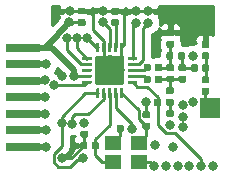
<source format=gbr>
G04 #@! TF.GenerationSoftware,KiCad,Pcbnew,(5.1.2)-1*
G04 #@! TF.CreationDate,2020-11-19T17:47:33+01:00*
G04 #@! TF.ProjectId,HB-ES-PMSwX-Pl_Gosund,48422d45-532d-4504-9d53-77582d506c5f,rev?*
G04 #@! TF.SameCoordinates,Original*
G04 #@! TF.FileFunction,Copper,L1,Top*
G04 #@! TF.FilePolarity,Positive*
%FSLAX46Y46*%
G04 Gerber Fmt 4.6, Leading zero omitted, Abs format (unit mm)*
G04 Created by KiCad (PCBNEW (5.1.2)-1) date 2020-11-19 17:47:33*
%MOMM*%
%LPD*%
G04 APERTURE LIST*
%ADD10R,3.000000X0.700000*%
%ADD11C,0.100000*%
%ADD12C,0.250000*%
%ADD13C,2.500000*%
%ADD14C,0.590000*%
%ADD15R,1.400000X1.150000*%
%ADD16R,1.700000X1.700000*%
%ADD17C,0.800000*%
%ADD18C,0.250000*%
%ADD19C,0.500000*%
%ADD20C,0.254000*%
G04 APERTURE END LIST*
D10*
X110909100Y-66560000D03*
X110909100Y-67960000D03*
X110909100Y-65160000D03*
X110909100Y-63760000D03*
X110909100Y-62360000D03*
X110909100Y-60960000D03*
X110909100Y-69360000D03*
D11*
G36*
X117305626Y-60540701D02*
G01*
X117311693Y-60541601D01*
X117317643Y-60543091D01*
X117323418Y-60545158D01*
X117328962Y-60547780D01*
X117334223Y-60550933D01*
X117339150Y-60554587D01*
X117343694Y-60558706D01*
X117347813Y-60563250D01*
X117351467Y-60568177D01*
X117354620Y-60573438D01*
X117357242Y-60578982D01*
X117359309Y-60584757D01*
X117360799Y-60590707D01*
X117361699Y-60596774D01*
X117362000Y-60602900D01*
X117362000Y-61302900D01*
X117361699Y-61309026D01*
X117360799Y-61315093D01*
X117359309Y-61321043D01*
X117357242Y-61326818D01*
X117354620Y-61332362D01*
X117351467Y-61337623D01*
X117347813Y-61342550D01*
X117343694Y-61347094D01*
X117339150Y-61351213D01*
X117334223Y-61354867D01*
X117328962Y-61358020D01*
X117323418Y-61360642D01*
X117317643Y-61362709D01*
X117311693Y-61364199D01*
X117305626Y-61365099D01*
X117299500Y-61365400D01*
X117174500Y-61365400D01*
X117168374Y-61365099D01*
X117162307Y-61364199D01*
X117156357Y-61362709D01*
X117150582Y-61360642D01*
X117145038Y-61358020D01*
X117139777Y-61354867D01*
X117134850Y-61351213D01*
X117130306Y-61347094D01*
X117126187Y-61342550D01*
X117122533Y-61337623D01*
X117119380Y-61332362D01*
X117116758Y-61326818D01*
X117114691Y-61321043D01*
X117113201Y-61315093D01*
X117112301Y-61309026D01*
X117112000Y-61302900D01*
X117112000Y-60602900D01*
X117112301Y-60596774D01*
X117113201Y-60590707D01*
X117114691Y-60584757D01*
X117116758Y-60578982D01*
X117119380Y-60573438D01*
X117122533Y-60568177D01*
X117126187Y-60563250D01*
X117130306Y-60558706D01*
X117134850Y-60554587D01*
X117139777Y-60550933D01*
X117145038Y-60547780D01*
X117150582Y-60545158D01*
X117156357Y-60543091D01*
X117162307Y-60541601D01*
X117168374Y-60540701D01*
X117174500Y-60540400D01*
X117299500Y-60540400D01*
X117305626Y-60540701D01*
X117305626Y-60540701D01*
G37*
D12*
X117237000Y-60952900D03*
D11*
G36*
X117805626Y-60540701D02*
G01*
X117811693Y-60541601D01*
X117817643Y-60543091D01*
X117823418Y-60545158D01*
X117828962Y-60547780D01*
X117834223Y-60550933D01*
X117839150Y-60554587D01*
X117843694Y-60558706D01*
X117847813Y-60563250D01*
X117851467Y-60568177D01*
X117854620Y-60573438D01*
X117857242Y-60578982D01*
X117859309Y-60584757D01*
X117860799Y-60590707D01*
X117861699Y-60596774D01*
X117862000Y-60602900D01*
X117862000Y-61302900D01*
X117861699Y-61309026D01*
X117860799Y-61315093D01*
X117859309Y-61321043D01*
X117857242Y-61326818D01*
X117854620Y-61332362D01*
X117851467Y-61337623D01*
X117847813Y-61342550D01*
X117843694Y-61347094D01*
X117839150Y-61351213D01*
X117834223Y-61354867D01*
X117828962Y-61358020D01*
X117823418Y-61360642D01*
X117817643Y-61362709D01*
X117811693Y-61364199D01*
X117805626Y-61365099D01*
X117799500Y-61365400D01*
X117674500Y-61365400D01*
X117668374Y-61365099D01*
X117662307Y-61364199D01*
X117656357Y-61362709D01*
X117650582Y-61360642D01*
X117645038Y-61358020D01*
X117639777Y-61354867D01*
X117634850Y-61351213D01*
X117630306Y-61347094D01*
X117626187Y-61342550D01*
X117622533Y-61337623D01*
X117619380Y-61332362D01*
X117616758Y-61326818D01*
X117614691Y-61321043D01*
X117613201Y-61315093D01*
X117612301Y-61309026D01*
X117612000Y-61302900D01*
X117612000Y-60602900D01*
X117612301Y-60596774D01*
X117613201Y-60590707D01*
X117614691Y-60584757D01*
X117616758Y-60578982D01*
X117619380Y-60573438D01*
X117622533Y-60568177D01*
X117626187Y-60563250D01*
X117630306Y-60558706D01*
X117634850Y-60554587D01*
X117639777Y-60550933D01*
X117645038Y-60547780D01*
X117650582Y-60545158D01*
X117656357Y-60543091D01*
X117662307Y-60541601D01*
X117668374Y-60540701D01*
X117674500Y-60540400D01*
X117799500Y-60540400D01*
X117805626Y-60540701D01*
X117805626Y-60540701D01*
G37*
D12*
X117737000Y-60952900D03*
D11*
G36*
X118305626Y-60540701D02*
G01*
X118311693Y-60541601D01*
X118317643Y-60543091D01*
X118323418Y-60545158D01*
X118328962Y-60547780D01*
X118334223Y-60550933D01*
X118339150Y-60554587D01*
X118343694Y-60558706D01*
X118347813Y-60563250D01*
X118351467Y-60568177D01*
X118354620Y-60573438D01*
X118357242Y-60578982D01*
X118359309Y-60584757D01*
X118360799Y-60590707D01*
X118361699Y-60596774D01*
X118362000Y-60602900D01*
X118362000Y-61302900D01*
X118361699Y-61309026D01*
X118360799Y-61315093D01*
X118359309Y-61321043D01*
X118357242Y-61326818D01*
X118354620Y-61332362D01*
X118351467Y-61337623D01*
X118347813Y-61342550D01*
X118343694Y-61347094D01*
X118339150Y-61351213D01*
X118334223Y-61354867D01*
X118328962Y-61358020D01*
X118323418Y-61360642D01*
X118317643Y-61362709D01*
X118311693Y-61364199D01*
X118305626Y-61365099D01*
X118299500Y-61365400D01*
X118174500Y-61365400D01*
X118168374Y-61365099D01*
X118162307Y-61364199D01*
X118156357Y-61362709D01*
X118150582Y-61360642D01*
X118145038Y-61358020D01*
X118139777Y-61354867D01*
X118134850Y-61351213D01*
X118130306Y-61347094D01*
X118126187Y-61342550D01*
X118122533Y-61337623D01*
X118119380Y-61332362D01*
X118116758Y-61326818D01*
X118114691Y-61321043D01*
X118113201Y-61315093D01*
X118112301Y-61309026D01*
X118112000Y-61302900D01*
X118112000Y-60602900D01*
X118112301Y-60596774D01*
X118113201Y-60590707D01*
X118114691Y-60584757D01*
X118116758Y-60578982D01*
X118119380Y-60573438D01*
X118122533Y-60568177D01*
X118126187Y-60563250D01*
X118130306Y-60558706D01*
X118134850Y-60554587D01*
X118139777Y-60550933D01*
X118145038Y-60547780D01*
X118150582Y-60545158D01*
X118156357Y-60543091D01*
X118162307Y-60541601D01*
X118168374Y-60540701D01*
X118174500Y-60540400D01*
X118299500Y-60540400D01*
X118305626Y-60540701D01*
X118305626Y-60540701D01*
G37*
D12*
X118237000Y-60952900D03*
D11*
G36*
X118805626Y-60540701D02*
G01*
X118811693Y-60541601D01*
X118817643Y-60543091D01*
X118823418Y-60545158D01*
X118828962Y-60547780D01*
X118834223Y-60550933D01*
X118839150Y-60554587D01*
X118843694Y-60558706D01*
X118847813Y-60563250D01*
X118851467Y-60568177D01*
X118854620Y-60573438D01*
X118857242Y-60578982D01*
X118859309Y-60584757D01*
X118860799Y-60590707D01*
X118861699Y-60596774D01*
X118862000Y-60602900D01*
X118862000Y-61302900D01*
X118861699Y-61309026D01*
X118860799Y-61315093D01*
X118859309Y-61321043D01*
X118857242Y-61326818D01*
X118854620Y-61332362D01*
X118851467Y-61337623D01*
X118847813Y-61342550D01*
X118843694Y-61347094D01*
X118839150Y-61351213D01*
X118834223Y-61354867D01*
X118828962Y-61358020D01*
X118823418Y-61360642D01*
X118817643Y-61362709D01*
X118811693Y-61364199D01*
X118805626Y-61365099D01*
X118799500Y-61365400D01*
X118674500Y-61365400D01*
X118668374Y-61365099D01*
X118662307Y-61364199D01*
X118656357Y-61362709D01*
X118650582Y-61360642D01*
X118645038Y-61358020D01*
X118639777Y-61354867D01*
X118634850Y-61351213D01*
X118630306Y-61347094D01*
X118626187Y-61342550D01*
X118622533Y-61337623D01*
X118619380Y-61332362D01*
X118616758Y-61326818D01*
X118614691Y-61321043D01*
X118613201Y-61315093D01*
X118612301Y-61309026D01*
X118612000Y-61302900D01*
X118612000Y-60602900D01*
X118612301Y-60596774D01*
X118613201Y-60590707D01*
X118614691Y-60584757D01*
X118616758Y-60578982D01*
X118619380Y-60573438D01*
X118622533Y-60568177D01*
X118626187Y-60563250D01*
X118630306Y-60558706D01*
X118634850Y-60554587D01*
X118639777Y-60550933D01*
X118645038Y-60547780D01*
X118650582Y-60545158D01*
X118656357Y-60543091D01*
X118662307Y-60541601D01*
X118668374Y-60540701D01*
X118674500Y-60540400D01*
X118799500Y-60540400D01*
X118805626Y-60540701D01*
X118805626Y-60540701D01*
G37*
D12*
X118737000Y-60952900D03*
D11*
G36*
X119305626Y-60540701D02*
G01*
X119311693Y-60541601D01*
X119317643Y-60543091D01*
X119323418Y-60545158D01*
X119328962Y-60547780D01*
X119334223Y-60550933D01*
X119339150Y-60554587D01*
X119343694Y-60558706D01*
X119347813Y-60563250D01*
X119351467Y-60568177D01*
X119354620Y-60573438D01*
X119357242Y-60578982D01*
X119359309Y-60584757D01*
X119360799Y-60590707D01*
X119361699Y-60596774D01*
X119362000Y-60602900D01*
X119362000Y-61302900D01*
X119361699Y-61309026D01*
X119360799Y-61315093D01*
X119359309Y-61321043D01*
X119357242Y-61326818D01*
X119354620Y-61332362D01*
X119351467Y-61337623D01*
X119347813Y-61342550D01*
X119343694Y-61347094D01*
X119339150Y-61351213D01*
X119334223Y-61354867D01*
X119328962Y-61358020D01*
X119323418Y-61360642D01*
X119317643Y-61362709D01*
X119311693Y-61364199D01*
X119305626Y-61365099D01*
X119299500Y-61365400D01*
X119174500Y-61365400D01*
X119168374Y-61365099D01*
X119162307Y-61364199D01*
X119156357Y-61362709D01*
X119150582Y-61360642D01*
X119145038Y-61358020D01*
X119139777Y-61354867D01*
X119134850Y-61351213D01*
X119130306Y-61347094D01*
X119126187Y-61342550D01*
X119122533Y-61337623D01*
X119119380Y-61332362D01*
X119116758Y-61326818D01*
X119114691Y-61321043D01*
X119113201Y-61315093D01*
X119112301Y-61309026D01*
X119112000Y-61302900D01*
X119112000Y-60602900D01*
X119112301Y-60596774D01*
X119113201Y-60590707D01*
X119114691Y-60584757D01*
X119116758Y-60578982D01*
X119119380Y-60573438D01*
X119122533Y-60568177D01*
X119126187Y-60563250D01*
X119130306Y-60558706D01*
X119134850Y-60554587D01*
X119139777Y-60550933D01*
X119145038Y-60547780D01*
X119150582Y-60545158D01*
X119156357Y-60543091D01*
X119162307Y-60541601D01*
X119168374Y-60540701D01*
X119174500Y-60540400D01*
X119299500Y-60540400D01*
X119305626Y-60540701D01*
X119305626Y-60540701D01*
G37*
D12*
X119237000Y-60952900D03*
D11*
G36*
X120530626Y-61765701D02*
G01*
X120536693Y-61766601D01*
X120542643Y-61768091D01*
X120548418Y-61770158D01*
X120553962Y-61772780D01*
X120559223Y-61775933D01*
X120564150Y-61779587D01*
X120568694Y-61783706D01*
X120572813Y-61788250D01*
X120576467Y-61793177D01*
X120579620Y-61798438D01*
X120582242Y-61803982D01*
X120584309Y-61809757D01*
X120585799Y-61815707D01*
X120586699Y-61821774D01*
X120587000Y-61827900D01*
X120587000Y-61952900D01*
X120586699Y-61959026D01*
X120585799Y-61965093D01*
X120584309Y-61971043D01*
X120582242Y-61976818D01*
X120579620Y-61982362D01*
X120576467Y-61987623D01*
X120572813Y-61992550D01*
X120568694Y-61997094D01*
X120564150Y-62001213D01*
X120559223Y-62004867D01*
X120553962Y-62008020D01*
X120548418Y-62010642D01*
X120542643Y-62012709D01*
X120536693Y-62014199D01*
X120530626Y-62015099D01*
X120524500Y-62015400D01*
X119824500Y-62015400D01*
X119818374Y-62015099D01*
X119812307Y-62014199D01*
X119806357Y-62012709D01*
X119800582Y-62010642D01*
X119795038Y-62008020D01*
X119789777Y-62004867D01*
X119784850Y-62001213D01*
X119780306Y-61997094D01*
X119776187Y-61992550D01*
X119772533Y-61987623D01*
X119769380Y-61982362D01*
X119766758Y-61976818D01*
X119764691Y-61971043D01*
X119763201Y-61965093D01*
X119762301Y-61959026D01*
X119762000Y-61952900D01*
X119762000Y-61827900D01*
X119762301Y-61821774D01*
X119763201Y-61815707D01*
X119764691Y-61809757D01*
X119766758Y-61803982D01*
X119769380Y-61798438D01*
X119772533Y-61793177D01*
X119776187Y-61788250D01*
X119780306Y-61783706D01*
X119784850Y-61779587D01*
X119789777Y-61775933D01*
X119795038Y-61772780D01*
X119800582Y-61770158D01*
X119806357Y-61768091D01*
X119812307Y-61766601D01*
X119818374Y-61765701D01*
X119824500Y-61765400D01*
X120524500Y-61765400D01*
X120530626Y-61765701D01*
X120530626Y-61765701D01*
G37*
D12*
X120174500Y-61890400D03*
D11*
G36*
X120530626Y-62265701D02*
G01*
X120536693Y-62266601D01*
X120542643Y-62268091D01*
X120548418Y-62270158D01*
X120553962Y-62272780D01*
X120559223Y-62275933D01*
X120564150Y-62279587D01*
X120568694Y-62283706D01*
X120572813Y-62288250D01*
X120576467Y-62293177D01*
X120579620Y-62298438D01*
X120582242Y-62303982D01*
X120584309Y-62309757D01*
X120585799Y-62315707D01*
X120586699Y-62321774D01*
X120587000Y-62327900D01*
X120587000Y-62452900D01*
X120586699Y-62459026D01*
X120585799Y-62465093D01*
X120584309Y-62471043D01*
X120582242Y-62476818D01*
X120579620Y-62482362D01*
X120576467Y-62487623D01*
X120572813Y-62492550D01*
X120568694Y-62497094D01*
X120564150Y-62501213D01*
X120559223Y-62504867D01*
X120553962Y-62508020D01*
X120548418Y-62510642D01*
X120542643Y-62512709D01*
X120536693Y-62514199D01*
X120530626Y-62515099D01*
X120524500Y-62515400D01*
X119824500Y-62515400D01*
X119818374Y-62515099D01*
X119812307Y-62514199D01*
X119806357Y-62512709D01*
X119800582Y-62510642D01*
X119795038Y-62508020D01*
X119789777Y-62504867D01*
X119784850Y-62501213D01*
X119780306Y-62497094D01*
X119776187Y-62492550D01*
X119772533Y-62487623D01*
X119769380Y-62482362D01*
X119766758Y-62476818D01*
X119764691Y-62471043D01*
X119763201Y-62465093D01*
X119762301Y-62459026D01*
X119762000Y-62452900D01*
X119762000Y-62327900D01*
X119762301Y-62321774D01*
X119763201Y-62315707D01*
X119764691Y-62309757D01*
X119766758Y-62303982D01*
X119769380Y-62298438D01*
X119772533Y-62293177D01*
X119776187Y-62288250D01*
X119780306Y-62283706D01*
X119784850Y-62279587D01*
X119789777Y-62275933D01*
X119795038Y-62272780D01*
X119800582Y-62270158D01*
X119806357Y-62268091D01*
X119812307Y-62266601D01*
X119818374Y-62265701D01*
X119824500Y-62265400D01*
X120524500Y-62265400D01*
X120530626Y-62265701D01*
X120530626Y-62265701D01*
G37*
D12*
X120174500Y-62390400D03*
D11*
G36*
X120530626Y-62765701D02*
G01*
X120536693Y-62766601D01*
X120542643Y-62768091D01*
X120548418Y-62770158D01*
X120553962Y-62772780D01*
X120559223Y-62775933D01*
X120564150Y-62779587D01*
X120568694Y-62783706D01*
X120572813Y-62788250D01*
X120576467Y-62793177D01*
X120579620Y-62798438D01*
X120582242Y-62803982D01*
X120584309Y-62809757D01*
X120585799Y-62815707D01*
X120586699Y-62821774D01*
X120587000Y-62827900D01*
X120587000Y-62952900D01*
X120586699Y-62959026D01*
X120585799Y-62965093D01*
X120584309Y-62971043D01*
X120582242Y-62976818D01*
X120579620Y-62982362D01*
X120576467Y-62987623D01*
X120572813Y-62992550D01*
X120568694Y-62997094D01*
X120564150Y-63001213D01*
X120559223Y-63004867D01*
X120553962Y-63008020D01*
X120548418Y-63010642D01*
X120542643Y-63012709D01*
X120536693Y-63014199D01*
X120530626Y-63015099D01*
X120524500Y-63015400D01*
X119824500Y-63015400D01*
X119818374Y-63015099D01*
X119812307Y-63014199D01*
X119806357Y-63012709D01*
X119800582Y-63010642D01*
X119795038Y-63008020D01*
X119789777Y-63004867D01*
X119784850Y-63001213D01*
X119780306Y-62997094D01*
X119776187Y-62992550D01*
X119772533Y-62987623D01*
X119769380Y-62982362D01*
X119766758Y-62976818D01*
X119764691Y-62971043D01*
X119763201Y-62965093D01*
X119762301Y-62959026D01*
X119762000Y-62952900D01*
X119762000Y-62827900D01*
X119762301Y-62821774D01*
X119763201Y-62815707D01*
X119764691Y-62809757D01*
X119766758Y-62803982D01*
X119769380Y-62798438D01*
X119772533Y-62793177D01*
X119776187Y-62788250D01*
X119780306Y-62783706D01*
X119784850Y-62779587D01*
X119789777Y-62775933D01*
X119795038Y-62772780D01*
X119800582Y-62770158D01*
X119806357Y-62768091D01*
X119812307Y-62766601D01*
X119818374Y-62765701D01*
X119824500Y-62765400D01*
X120524500Y-62765400D01*
X120530626Y-62765701D01*
X120530626Y-62765701D01*
G37*
D12*
X120174500Y-62890400D03*
D11*
G36*
X120530626Y-63265701D02*
G01*
X120536693Y-63266601D01*
X120542643Y-63268091D01*
X120548418Y-63270158D01*
X120553962Y-63272780D01*
X120559223Y-63275933D01*
X120564150Y-63279587D01*
X120568694Y-63283706D01*
X120572813Y-63288250D01*
X120576467Y-63293177D01*
X120579620Y-63298438D01*
X120582242Y-63303982D01*
X120584309Y-63309757D01*
X120585799Y-63315707D01*
X120586699Y-63321774D01*
X120587000Y-63327900D01*
X120587000Y-63452900D01*
X120586699Y-63459026D01*
X120585799Y-63465093D01*
X120584309Y-63471043D01*
X120582242Y-63476818D01*
X120579620Y-63482362D01*
X120576467Y-63487623D01*
X120572813Y-63492550D01*
X120568694Y-63497094D01*
X120564150Y-63501213D01*
X120559223Y-63504867D01*
X120553962Y-63508020D01*
X120548418Y-63510642D01*
X120542643Y-63512709D01*
X120536693Y-63514199D01*
X120530626Y-63515099D01*
X120524500Y-63515400D01*
X119824500Y-63515400D01*
X119818374Y-63515099D01*
X119812307Y-63514199D01*
X119806357Y-63512709D01*
X119800582Y-63510642D01*
X119795038Y-63508020D01*
X119789777Y-63504867D01*
X119784850Y-63501213D01*
X119780306Y-63497094D01*
X119776187Y-63492550D01*
X119772533Y-63487623D01*
X119769380Y-63482362D01*
X119766758Y-63476818D01*
X119764691Y-63471043D01*
X119763201Y-63465093D01*
X119762301Y-63459026D01*
X119762000Y-63452900D01*
X119762000Y-63327900D01*
X119762301Y-63321774D01*
X119763201Y-63315707D01*
X119764691Y-63309757D01*
X119766758Y-63303982D01*
X119769380Y-63298438D01*
X119772533Y-63293177D01*
X119776187Y-63288250D01*
X119780306Y-63283706D01*
X119784850Y-63279587D01*
X119789777Y-63275933D01*
X119795038Y-63272780D01*
X119800582Y-63270158D01*
X119806357Y-63268091D01*
X119812307Y-63266601D01*
X119818374Y-63265701D01*
X119824500Y-63265400D01*
X120524500Y-63265400D01*
X120530626Y-63265701D01*
X120530626Y-63265701D01*
G37*
D12*
X120174500Y-63390400D03*
D11*
G36*
X120530626Y-63765701D02*
G01*
X120536693Y-63766601D01*
X120542643Y-63768091D01*
X120548418Y-63770158D01*
X120553962Y-63772780D01*
X120559223Y-63775933D01*
X120564150Y-63779587D01*
X120568694Y-63783706D01*
X120572813Y-63788250D01*
X120576467Y-63793177D01*
X120579620Y-63798438D01*
X120582242Y-63803982D01*
X120584309Y-63809757D01*
X120585799Y-63815707D01*
X120586699Y-63821774D01*
X120587000Y-63827900D01*
X120587000Y-63952900D01*
X120586699Y-63959026D01*
X120585799Y-63965093D01*
X120584309Y-63971043D01*
X120582242Y-63976818D01*
X120579620Y-63982362D01*
X120576467Y-63987623D01*
X120572813Y-63992550D01*
X120568694Y-63997094D01*
X120564150Y-64001213D01*
X120559223Y-64004867D01*
X120553962Y-64008020D01*
X120548418Y-64010642D01*
X120542643Y-64012709D01*
X120536693Y-64014199D01*
X120530626Y-64015099D01*
X120524500Y-64015400D01*
X119824500Y-64015400D01*
X119818374Y-64015099D01*
X119812307Y-64014199D01*
X119806357Y-64012709D01*
X119800582Y-64010642D01*
X119795038Y-64008020D01*
X119789777Y-64004867D01*
X119784850Y-64001213D01*
X119780306Y-63997094D01*
X119776187Y-63992550D01*
X119772533Y-63987623D01*
X119769380Y-63982362D01*
X119766758Y-63976818D01*
X119764691Y-63971043D01*
X119763201Y-63965093D01*
X119762301Y-63959026D01*
X119762000Y-63952900D01*
X119762000Y-63827900D01*
X119762301Y-63821774D01*
X119763201Y-63815707D01*
X119764691Y-63809757D01*
X119766758Y-63803982D01*
X119769380Y-63798438D01*
X119772533Y-63793177D01*
X119776187Y-63788250D01*
X119780306Y-63783706D01*
X119784850Y-63779587D01*
X119789777Y-63775933D01*
X119795038Y-63772780D01*
X119800582Y-63770158D01*
X119806357Y-63768091D01*
X119812307Y-63766601D01*
X119818374Y-63765701D01*
X119824500Y-63765400D01*
X120524500Y-63765400D01*
X120530626Y-63765701D01*
X120530626Y-63765701D01*
G37*
D12*
X120174500Y-63890400D03*
D11*
G36*
X119305626Y-64415701D02*
G01*
X119311693Y-64416601D01*
X119317643Y-64418091D01*
X119323418Y-64420158D01*
X119328962Y-64422780D01*
X119334223Y-64425933D01*
X119339150Y-64429587D01*
X119343694Y-64433706D01*
X119347813Y-64438250D01*
X119351467Y-64443177D01*
X119354620Y-64448438D01*
X119357242Y-64453982D01*
X119359309Y-64459757D01*
X119360799Y-64465707D01*
X119361699Y-64471774D01*
X119362000Y-64477900D01*
X119362000Y-65177900D01*
X119361699Y-65184026D01*
X119360799Y-65190093D01*
X119359309Y-65196043D01*
X119357242Y-65201818D01*
X119354620Y-65207362D01*
X119351467Y-65212623D01*
X119347813Y-65217550D01*
X119343694Y-65222094D01*
X119339150Y-65226213D01*
X119334223Y-65229867D01*
X119328962Y-65233020D01*
X119323418Y-65235642D01*
X119317643Y-65237709D01*
X119311693Y-65239199D01*
X119305626Y-65240099D01*
X119299500Y-65240400D01*
X119174500Y-65240400D01*
X119168374Y-65240099D01*
X119162307Y-65239199D01*
X119156357Y-65237709D01*
X119150582Y-65235642D01*
X119145038Y-65233020D01*
X119139777Y-65229867D01*
X119134850Y-65226213D01*
X119130306Y-65222094D01*
X119126187Y-65217550D01*
X119122533Y-65212623D01*
X119119380Y-65207362D01*
X119116758Y-65201818D01*
X119114691Y-65196043D01*
X119113201Y-65190093D01*
X119112301Y-65184026D01*
X119112000Y-65177900D01*
X119112000Y-64477900D01*
X119112301Y-64471774D01*
X119113201Y-64465707D01*
X119114691Y-64459757D01*
X119116758Y-64453982D01*
X119119380Y-64448438D01*
X119122533Y-64443177D01*
X119126187Y-64438250D01*
X119130306Y-64433706D01*
X119134850Y-64429587D01*
X119139777Y-64425933D01*
X119145038Y-64422780D01*
X119150582Y-64420158D01*
X119156357Y-64418091D01*
X119162307Y-64416601D01*
X119168374Y-64415701D01*
X119174500Y-64415400D01*
X119299500Y-64415400D01*
X119305626Y-64415701D01*
X119305626Y-64415701D01*
G37*
D12*
X119237000Y-64827900D03*
D11*
G36*
X118805626Y-64415701D02*
G01*
X118811693Y-64416601D01*
X118817643Y-64418091D01*
X118823418Y-64420158D01*
X118828962Y-64422780D01*
X118834223Y-64425933D01*
X118839150Y-64429587D01*
X118843694Y-64433706D01*
X118847813Y-64438250D01*
X118851467Y-64443177D01*
X118854620Y-64448438D01*
X118857242Y-64453982D01*
X118859309Y-64459757D01*
X118860799Y-64465707D01*
X118861699Y-64471774D01*
X118862000Y-64477900D01*
X118862000Y-65177900D01*
X118861699Y-65184026D01*
X118860799Y-65190093D01*
X118859309Y-65196043D01*
X118857242Y-65201818D01*
X118854620Y-65207362D01*
X118851467Y-65212623D01*
X118847813Y-65217550D01*
X118843694Y-65222094D01*
X118839150Y-65226213D01*
X118834223Y-65229867D01*
X118828962Y-65233020D01*
X118823418Y-65235642D01*
X118817643Y-65237709D01*
X118811693Y-65239199D01*
X118805626Y-65240099D01*
X118799500Y-65240400D01*
X118674500Y-65240400D01*
X118668374Y-65240099D01*
X118662307Y-65239199D01*
X118656357Y-65237709D01*
X118650582Y-65235642D01*
X118645038Y-65233020D01*
X118639777Y-65229867D01*
X118634850Y-65226213D01*
X118630306Y-65222094D01*
X118626187Y-65217550D01*
X118622533Y-65212623D01*
X118619380Y-65207362D01*
X118616758Y-65201818D01*
X118614691Y-65196043D01*
X118613201Y-65190093D01*
X118612301Y-65184026D01*
X118612000Y-65177900D01*
X118612000Y-64477900D01*
X118612301Y-64471774D01*
X118613201Y-64465707D01*
X118614691Y-64459757D01*
X118616758Y-64453982D01*
X118619380Y-64448438D01*
X118622533Y-64443177D01*
X118626187Y-64438250D01*
X118630306Y-64433706D01*
X118634850Y-64429587D01*
X118639777Y-64425933D01*
X118645038Y-64422780D01*
X118650582Y-64420158D01*
X118656357Y-64418091D01*
X118662307Y-64416601D01*
X118668374Y-64415701D01*
X118674500Y-64415400D01*
X118799500Y-64415400D01*
X118805626Y-64415701D01*
X118805626Y-64415701D01*
G37*
D12*
X118737000Y-64827900D03*
D11*
G36*
X118305626Y-64415701D02*
G01*
X118311693Y-64416601D01*
X118317643Y-64418091D01*
X118323418Y-64420158D01*
X118328962Y-64422780D01*
X118334223Y-64425933D01*
X118339150Y-64429587D01*
X118343694Y-64433706D01*
X118347813Y-64438250D01*
X118351467Y-64443177D01*
X118354620Y-64448438D01*
X118357242Y-64453982D01*
X118359309Y-64459757D01*
X118360799Y-64465707D01*
X118361699Y-64471774D01*
X118362000Y-64477900D01*
X118362000Y-65177900D01*
X118361699Y-65184026D01*
X118360799Y-65190093D01*
X118359309Y-65196043D01*
X118357242Y-65201818D01*
X118354620Y-65207362D01*
X118351467Y-65212623D01*
X118347813Y-65217550D01*
X118343694Y-65222094D01*
X118339150Y-65226213D01*
X118334223Y-65229867D01*
X118328962Y-65233020D01*
X118323418Y-65235642D01*
X118317643Y-65237709D01*
X118311693Y-65239199D01*
X118305626Y-65240099D01*
X118299500Y-65240400D01*
X118174500Y-65240400D01*
X118168374Y-65240099D01*
X118162307Y-65239199D01*
X118156357Y-65237709D01*
X118150582Y-65235642D01*
X118145038Y-65233020D01*
X118139777Y-65229867D01*
X118134850Y-65226213D01*
X118130306Y-65222094D01*
X118126187Y-65217550D01*
X118122533Y-65212623D01*
X118119380Y-65207362D01*
X118116758Y-65201818D01*
X118114691Y-65196043D01*
X118113201Y-65190093D01*
X118112301Y-65184026D01*
X118112000Y-65177900D01*
X118112000Y-64477900D01*
X118112301Y-64471774D01*
X118113201Y-64465707D01*
X118114691Y-64459757D01*
X118116758Y-64453982D01*
X118119380Y-64448438D01*
X118122533Y-64443177D01*
X118126187Y-64438250D01*
X118130306Y-64433706D01*
X118134850Y-64429587D01*
X118139777Y-64425933D01*
X118145038Y-64422780D01*
X118150582Y-64420158D01*
X118156357Y-64418091D01*
X118162307Y-64416601D01*
X118168374Y-64415701D01*
X118174500Y-64415400D01*
X118299500Y-64415400D01*
X118305626Y-64415701D01*
X118305626Y-64415701D01*
G37*
D12*
X118237000Y-64827900D03*
D11*
G36*
X117805626Y-64415701D02*
G01*
X117811693Y-64416601D01*
X117817643Y-64418091D01*
X117823418Y-64420158D01*
X117828962Y-64422780D01*
X117834223Y-64425933D01*
X117839150Y-64429587D01*
X117843694Y-64433706D01*
X117847813Y-64438250D01*
X117851467Y-64443177D01*
X117854620Y-64448438D01*
X117857242Y-64453982D01*
X117859309Y-64459757D01*
X117860799Y-64465707D01*
X117861699Y-64471774D01*
X117862000Y-64477900D01*
X117862000Y-65177900D01*
X117861699Y-65184026D01*
X117860799Y-65190093D01*
X117859309Y-65196043D01*
X117857242Y-65201818D01*
X117854620Y-65207362D01*
X117851467Y-65212623D01*
X117847813Y-65217550D01*
X117843694Y-65222094D01*
X117839150Y-65226213D01*
X117834223Y-65229867D01*
X117828962Y-65233020D01*
X117823418Y-65235642D01*
X117817643Y-65237709D01*
X117811693Y-65239199D01*
X117805626Y-65240099D01*
X117799500Y-65240400D01*
X117674500Y-65240400D01*
X117668374Y-65240099D01*
X117662307Y-65239199D01*
X117656357Y-65237709D01*
X117650582Y-65235642D01*
X117645038Y-65233020D01*
X117639777Y-65229867D01*
X117634850Y-65226213D01*
X117630306Y-65222094D01*
X117626187Y-65217550D01*
X117622533Y-65212623D01*
X117619380Y-65207362D01*
X117616758Y-65201818D01*
X117614691Y-65196043D01*
X117613201Y-65190093D01*
X117612301Y-65184026D01*
X117612000Y-65177900D01*
X117612000Y-64477900D01*
X117612301Y-64471774D01*
X117613201Y-64465707D01*
X117614691Y-64459757D01*
X117616758Y-64453982D01*
X117619380Y-64448438D01*
X117622533Y-64443177D01*
X117626187Y-64438250D01*
X117630306Y-64433706D01*
X117634850Y-64429587D01*
X117639777Y-64425933D01*
X117645038Y-64422780D01*
X117650582Y-64420158D01*
X117656357Y-64418091D01*
X117662307Y-64416601D01*
X117668374Y-64415701D01*
X117674500Y-64415400D01*
X117799500Y-64415400D01*
X117805626Y-64415701D01*
X117805626Y-64415701D01*
G37*
D12*
X117737000Y-64827900D03*
D11*
G36*
X117305626Y-64415701D02*
G01*
X117311693Y-64416601D01*
X117317643Y-64418091D01*
X117323418Y-64420158D01*
X117328962Y-64422780D01*
X117334223Y-64425933D01*
X117339150Y-64429587D01*
X117343694Y-64433706D01*
X117347813Y-64438250D01*
X117351467Y-64443177D01*
X117354620Y-64448438D01*
X117357242Y-64453982D01*
X117359309Y-64459757D01*
X117360799Y-64465707D01*
X117361699Y-64471774D01*
X117362000Y-64477900D01*
X117362000Y-65177900D01*
X117361699Y-65184026D01*
X117360799Y-65190093D01*
X117359309Y-65196043D01*
X117357242Y-65201818D01*
X117354620Y-65207362D01*
X117351467Y-65212623D01*
X117347813Y-65217550D01*
X117343694Y-65222094D01*
X117339150Y-65226213D01*
X117334223Y-65229867D01*
X117328962Y-65233020D01*
X117323418Y-65235642D01*
X117317643Y-65237709D01*
X117311693Y-65239199D01*
X117305626Y-65240099D01*
X117299500Y-65240400D01*
X117174500Y-65240400D01*
X117168374Y-65240099D01*
X117162307Y-65239199D01*
X117156357Y-65237709D01*
X117150582Y-65235642D01*
X117145038Y-65233020D01*
X117139777Y-65229867D01*
X117134850Y-65226213D01*
X117130306Y-65222094D01*
X117126187Y-65217550D01*
X117122533Y-65212623D01*
X117119380Y-65207362D01*
X117116758Y-65201818D01*
X117114691Y-65196043D01*
X117113201Y-65190093D01*
X117112301Y-65184026D01*
X117112000Y-65177900D01*
X117112000Y-64477900D01*
X117112301Y-64471774D01*
X117113201Y-64465707D01*
X117114691Y-64459757D01*
X117116758Y-64453982D01*
X117119380Y-64448438D01*
X117122533Y-64443177D01*
X117126187Y-64438250D01*
X117130306Y-64433706D01*
X117134850Y-64429587D01*
X117139777Y-64425933D01*
X117145038Y-64422780D01*
X117150582Y-64420158D01*
X117156357Y-64418091D01*
X117162307Y-64416601D01*
X117168374Y-64415701D01*
X117174500Y-64415400D01*
X117299500Y-64415400D01*
X117305626Y-64415701D01*
X117305626Y-64415701D01*
G37*
D12*
X117237000Y-64827900D03*
D11*
G36*
X116655626Y-63765701D02*
G01*
X116661693Y-63766601D01*
X116667643Y-63768091D01*
X116673418Y-63770158D01*
X116678962Y-63772780D01*
X116684223Y-63775933D01*
X116689150Y-63779587D01*
X116693694Y-63783706D01*
X116697813Y-63788250D01*
X116701467Y-63793177D01*
X116704620Y-63798438D01*
X116707242Y-63803982D01*
X116709309Y-63809757D01*
X116710799Y-63815707D01*
X116711699Y-63821774D01*
X116712000Y-63827900D01*
X116712000Y-63952900D01*
X116711699Y-63959026D01*
X116710799Y-63965093D01*
X116709309Y-63971043D01*
X116707242Y-63976818D01*
X116704620Y-63982362D01*
X116701467Y-63987623D01*
X116697813Y-63992550D01*
X116693694Y-63997094D01*
X116689150Y-64001213D01*
X116684223Y-64004867D01*
X116678962Y-64008020D01*
X116673418Y-64010642D01*
X116667643Y-64012709D01*
X116661693Y-64014199D01*
X116655626Y-64015099D01*
X116649500Y-64015400D01*
X115949500Y-64015400D01*
X115943374Y-64015099D01*
X115937307Y-64014199D01*
X115931357Y-64012709D01*
X115925582Y-64010642D01*
X115920038Y-64008020D01*
X115914777Y-64004867D01*
X115909850Y-64001213D01*
X115905306Y-63997094D01*
X115901187Y-63992550D01*
X115897533Y-63987623D01*
X115894380Y-63982362D01*
X115891758Y-63976818D01*
X115889691Y-63971043D01*
X115888201Y-63965093D01*
X115887301Y-63959026D01*
X115887000Y-63952900D01*
X115887000Y-63827900D01*
X115887301Y-63821774D01*
X115888201Y-63815707D01*
X115889691Y-63809757D01*
X115891758Y-63803982D01*
X115894380Y-63798438D01*
X115897533Y-63793177D01*
X115901187Y-63788250D01*
X115905306Y-63783706D01*
X115909850Y-63779587D01*
X115914777Y-63775933D01*
X115920038Y-63772780D01*
X115925582Y-63770158D01*
X115931357Y-63768091D01*
X115937307Y-63766601D01*
X115943374Y-63765701D01*
X115949500Y-63765400D01*
X116649500Y-63765400D01*
X116655626Y-63765701D01*
X116655626Y-63765701D01*
G37*
D12*
X116299500Y-63890400D03*
D11*
G36*
X116655626Y-63265701D02*
G01*
X116661693Y-63266601D01*
X116667643Y-63268091D01*
X116673418Y-63270158D01*
X116678962Y-63272780D01*
X116684223Y-63275933D01*
X116689150Y-63279587D01*
X116693694Y-63283706D01*
X116697813Y-63288250D01*
X116701467Y-63293177D01*
X116704620Y-63298438D01*
X116707242Y-63303982D01*
X116709309Y-63309757D01*
X116710799Y-63315707D01*
X116711699Y-63321774D01*
X116712000Y-63327900D01*
X116712000Y-63452900D01*
X116711699Y-63459026D01*
X116710799Y-63465093D01*
X116709309Y-63471043D01*
X116707242Y-63476818D01*
X116704620Y-63482362D01*
X116701467Y-63487623D01*
X116697813Y-63492550D01*
X116693694Y-63497094D01*
X116689150Y-63501213D01*
X116684223Y-63504867D01*
X116678962Y-63508020D01*
X116673418Y-63510642D01*
X116667643Y-63512709D01*
X116661693Y-63514199D01*
X116655626Y-63515099D01*
X116649500Y-63515400D01*
X115949500Y-63515400D01*
X115943374Y-63515099D01*
X115937307Y-63514199D01*
X115931357Y-63512709D01*
X115925582Y-63510642D01*
X115920038Y-63508020D01*
X115914777Y-63504867D01*
X115909850Y-63501213D01*
X115905306Y-63497094D01*
X115901187Y-63492550D01*
X115897533Y-63487623D01*
X115894380Y-63482362D01*
X115891758Y-63476818D01*
X115889691Y-63471043D01*
X115888201Y-63465093D01*
X115887301Y-63459026D01*
X115887000Y-63452900D01*
X115887000Y-63327900D01*
X115887301Y-63321774D01*
X115888201Y-63315707D01*
X115889691Y-63309757D01*
X115891758Y-63303982D01*
X115894380Y-63298438D01*
X115897533Y-63293177D01*
X115901187Y-63288250D01*
X115905306Y-63283706D01*
X115909850Y-63279587D01*
X115914777Y-63275933D01*
X115920038Y-63272780D01*
X115925582Y-63270158D01*
X115931357Y-63268091D01*
X115937307Y-63266601D01*
X115943374Y-63265701D01*
X115949500Y-63265400D01*
X116649500Y-63265400D01*
X116655626Y-63265701D01*
X116655626Y-63265701D01*
G37*
D12*
X116299500Y-63390400D03*
D11*
G36*
X116655626Y-62765701D02*
G01*
X116661693Y-62766601D01*
X116667643Y-62768091D01*
X116673418Y-62770158D01*
X116678962Y-62772780D01*
X116684223Y-62775933D01*
X116689150Y-62779587D01*
X116693694Y-62783706D01*
X116697813Y-62788250D01*
X116701467Y-62793177D01*
X116704620Y-62798438D01*
X116707242Y-62803982D01*
X116709309Y-62809757D01*
X116710799Y-62815707D01*
X116711699Y-62821774D01*
X116712000Y-62827900D01*
X116712000Y-62952900D01*
X116711699Y-62959026D01*
X116710799Y-62965093D01*
X116709309Y-62971043D01*
X116707242Y-62976818D01*
X116704620Y-62982362D01*
X116701467Y-62987623D01*
X116697813Y-62992550D01*
X116693694Y-62997094D01*
X116689150Y-63001213D01*
X116684223Y-63004867D01*
X116678962Y-63008020D01*
X116673418Y-63010642D01*
X116667643Y-63012709D01*
X116661693Y-63014199D01*
X116655626Y-63015099D01*
X116649500Y-63015400D01*
X115949500Y-63015400D01*
X115943374Y-63015099D01*
X115937307Y-63014199D01*
X115931357Y-63012709D01*
X115925582Y-63010642D01*
X115920038Y-63008020D01*
X115914777Y-63004867D01*
X115909850Y-63001213D01*
X115905306Y-62997094D01*
X115901187Y-62992550D01*
X115897533Y-62987623D01*
X115894380Y-62982362D01*
X115891758Y-62976818D01*
X115889691Y-62971043D01*
X115888201Y-62965093D01*
X115887301Y-62959026D01*
X115887000Y-62952900D01*
X115887000Y-62827900D01*
X115887301Y-62821774D01*
X115888201Y-62815707D01*
X115889691Y-62809757D01*
X115891758Y-62803982D01*
X115894380Y-62798438D01*
X115897533Y-62793177D01*
X115901187Y-62788250D01*
X115905306Y-62783706D01*
X115909850Y-62779587D01*
X115914777Y-62775933D01*
X115920038Y-62772780D01*
X115925582Y-62770158D01*
X115931357Y-62768091D01*
X115937307Y-62766601D01*
X115943374Y-62765701D01*
X115949500Y-62765400D01*
X116649500Y-62765400D01*
X116655626Y-62765701D01*
X116655626Y-62765701D01*
G37*
D12*
X116299500Y-62890400D03*
D11*
G36*
X116655626Y-62265701D02*
G01*
X116661693Y-62266601D01*
X116667643Y-62268091D01*
X116673418Y-62270158D01*
X116678962Y-62272780D01*
X116684223Y-62275933D01*
X116689150Y-62279587D01*
X116693694Y-62283706D01*
X116697813Y-62288250D01*
X116701467Y-62293177D01*
X116704620Y-62298438D01*
X116707242Y-62303982D01*
X116709309Y-62309757D01*
X116710799Y-62315707D01*
X116711699Y-62321774D01*
X116712000Y-62327900D01*
X116712000Y-62452900D01*
X116711699Y-62459026D01*
X116710799Y-62465093D01*
X116709309Y-62471043D01*
X116707242Y-62476818D01*
X116704620Y-62482362D01*
X116701467Y-62487623D01*
X116697813Y-62492550D01*
X116693694Y-62497094D01*
X116689150Y-62501213D01*
X116684223Y-62504867D01*
X116678962Y-62508020D01*
X116673418Y-62510642D01*
X116667643Y-62512709D01*
X116661693Y-62514199D01*
X116655626Y-62515099D01*
X116649500Y-62515400D01*
X115949500Y-62515400D01*
X115943374Y-62515099D01*
X115937307Y-62514199D01*
X115931357Y-62512709D01*
X115925582Y-62510642D01*
X115920038Y-62508020D01*
X115914777Y-62504867D01*
X115909850Y-62501213D01*
X115905306Y-62497094D01*
X115901187Y-62492550D01*
X115897533Y-62487623D01*
X115894380Y-62482362D01*
X115891758Y-62476818D01*
X115889691Y-62471043D01*
X115888201Y-62465093D01*
X115887301Y-62459026D01*
X115887000Y-62452900D01*
X115887000Y-62327900D01*
X115887301Y-62321774D01*
X115888201Y-62315707D01*
X115889691Y-62309757D01*
X115891758Y-62303982D01*
X115894380Y-62298438D01*
X115897533Y-62293177D01*
X115901187Y-62288250D01*
X115905306Y-62283706D01*
X115909850Y-62279587D01*
X115914777Y-62275933D01*
X115920038Y-62272780D01*
X115925582Y-62270158D01*
X115931357Y-62268091D01*
X115937307Y-62266601D01*
X115943374Y-62265701D01*
X115949500Y-62265400D01*
X116649500Y-62265400D01*
X116655626Y-62265701D01*
X116655626Y-62265701D01*
G37*
D12*
X116299500Y-62390400D03*
D11*
G36*
X116655626Y-61765701D02*
G01*
X116661693Y-61766601D01*
X116667643Y-61768091D01*
X116673418Y-61770158D01*
X116678962Y-61772780D01*
X116684223Y-61775933D01*
X116689150Y-61779587D01*
X116693694Y-61783706D01*
X116697813Y-61788250D01*
X116701467Y-61793177D01*
X116704620Y-61798438D01*
X116707242Y-61803982D01*
X116709309Y-61809757D01*
X116710799Y-61815707D01*
X116711699Y-61821774D01*
X116712000Y-61827900D01*
X116712000Y-61952900D01*
X116711699Y-61959026D01*
X116710799Y-61965093D01*
X116709309Y-61971043D01*
X116707242Y-61976818D01*
X116704620Y-61982362D01*
X116701467Y-61987623D01*
X116697813Y-61992550D01*
X116693694Y-61997094D01*
X116689150Y-62001213D01*
X116684223Y-62004867D01*
X116678962Y-62008020D01*
X116673418Y-62010642D01*
X116667643Y-62012709D01*
X116661693Y-62014199D01*
X116655626Y-62015099D01*
X116649500Y-62015400D01*
X115949500Y-62015400D01*
X115943374Y-62015099D01*
X115937307Y-62014199D01*
X115931357Y-62012709D01*
X115925582Y-62010642D01*
X115920038Y-62008020D01*
X115914777Y-62004867D01*
X115909850Y-62001213D01*
X115905306Y-61997094D01*
X115901187Y-61992550D01*
X115897533Y-61987623D01*
X115894380Y-61982362D01*
X115891758Y-61976818D01*
X115889691Y-61971043D01*
X115888201Y-61965093D01*
X115887301Y-61959026D01*
X115887000Y-61952900D01*
X115887000Y-61827900D01*
X115887301Y-61821774D01*
X115888201Y-61815707D01*
X115889691Y-61809757D01*
X115891758Y-61803982D01*
X115894380Y-61798438D01*
X115897533Y-61793177D01*
X115901187Y-61788250D01*
X115905306Y-61783706D01*
X115909850Y-61779587D01*
X115914777Y-61775933D01*
X115920038Y-61772780D01*
X115925582Y-61770158D01*
X115931357Y-61768091D01*
X115937307Y-61766601D01*
X115943374Y-61765701D01*
X115949500Y-61765400D01*
X116649500Y-61765400D01*
X116655626Y-61765701D01*
X116655626Y-61765701D01*
G37*
D12*
X116299500Y-61890400D03*
D11*
G36*
X119261504Y-61641604D02*
G01*
X119285773Y-61645204D01*
X119309571Y-61651165D01*
X119332671Y-61659430D01*
X119354849Y-61669920D01*
X119375893Y-61682533D01*
X119395598Y-61697147D01*
X119413777Y-61713623D01*
X119430253Y-61731802D01*
X119444867Y-61751507D01*
X119457480Y-61772551D01*
X119467970Y-61794729D01*
X119476235Y-61817829D01*
X119482196Y-61841627D01*
X119485796Y-61865896D01*
X119487000Y-61890400D01*
X119487000Y-63890400D01*
X119485796Y-63914904D01*
X119482196Y-63939173D01*
X119476235Y-63962971D01*
X119467970Y-63986071D01*
X119457480Y-64008249D01*
X119444867Y-64029293D01*
X119430253Y-64048998D01*
X119413777Y-64067177D01*
X119395598Y-64083653D01*
X119375893Y-64098267D01*
X119354849Y-64110880D01*
X119332671Y-64121370D01*
X119309571Y-64129635D01*
X119285773Y-64135596D01*
X119261504Y-64139196D01*
X119237000Y-64140400D01*
X117237000Y-64140400D01*
X117212496Y-64139196D01*
X117188227Y-64135596D01*
X117164429Y-64129635D01*
X117141329Y-64121370D01*
X117119151Y-64110880D01*
X117098107Y-64098267D01*
X117078402Y-64083653D01*
X117060223Y-64067177D01*
X117043747Y-64048998D01*
X117029133Y-64029293D01*
X117016520Y-64008249D01*
X117006030Y-63986071D01*
X116997765Y-63962971D01*
X116991804Y-63939173D01*
X116988204Y-63914904D01*
X116987000Y-63890400D01*
X116987000Y-61890400D01*
X116988204Y-61865896D01*
X116991804Y-61841627D01*
X116997765Y-61817829D01*
X117006030Y-61794729D01*
X117016520Y-61772551D01*
X117029133Y-61751507D01*
X117043747Y-61731802D01*
X117060223Y-61713623D01*
X117078402Y-61697147D01*
X117098107Y-61682533D01*
X117119151Y-61669920D01*
X117141329Y-61659430D01*
X117164429Y-61651165D01*
X117188227Y-61645204D01*
X117212496Y-61641604D01*
X117237000Y-61640400D01*
X119237000Y-61640400D01*
X119261504Y-61641604D01*
X119261504Y-61641604D01*
G37*
D13*
X118237000Y-62890400D03*
D11*
G36*
X118881158Y-57579610D02*
G01*
X118895476Y-57581734D01*
X118909517Y-57585251D01*
X118923146Y-57590128D01*
X118936231Y-57596317D01*
X118948647Y-57603758D01*
X118960273Y-57612381D01*
X118970998Y-57622102D01*
X118980719Y-57632827D01*
X118989342Y-57644453D01*
X118996783Y-57656869D01*
X119002972Y-57669954D01*
X119007849Y-57683583D01*
X119011366Y-57697624D01*
X119013490Y-57711942D01*
X119014200Y-57726400D01*
X119014200Y-58021400D01*
X119013490Y-58035858D01*
X119011366Y-58050176D01*
X119007849Y-58064217D01*
X119002972Y-58077846D01*
X118996783Y-58090931D01*
X118989342Y-58103347D01*
X118980719Y-58114973D01*
X118970998Y-58125698D01*
X118960273Y-58135419D01*
X118948647Y-58144042D01*
X118936231Y-58151483D01*
X118923146Y-58157672D01*
X118909517Y-58162549D01*
X118895476Y-58166066D01*
X118881158Y-58168190D01*
X118866700Y-58168900D01*
X118521700Y-58168900D01*
X118507242Y-58168190D01*
X118492924Y-58166066D01*
X118478883Y-58162549D01*
X118465254Y-58157672D01*
X118452169Y-58151483D01*
X118439753Y-58144042D01*
X118428127Y-58135419D01*
X118417402Y-58125698D01*
X118407681Y-58114973D01*
X118399058Y-58103347D01*
X118391617Y-58090931D01*
X118385428Y-58077846D01*
X118380551Y-58064217D01*
X118377034Y-58050176D01*
X118374910Y-58035858D01*
X118374200Y-58021400D01*
X118374200Y-57726400D01*
X118374910Y-57711942D01*
X118377034Y-57697624D01*
X118380551Y-57683583D01*
X118385428Y-57669954D01*
X118391617Y-57656869D01*
X118399058Y-57644453D01*
X118407681Y-57632827D01*
X118417402Y-57622102D01*
X118428127Y-57612381D01*
X118439753Y-57603758D01*
X118452169Y-57596317D01*
X118465254Y-57590128D01*
X118478883Y-57585251D01*
X118492924Y-57581734D01*
X118507242Y-57579610D01*
X118521700Y-57578900D01*
X118866700Y-57578900D01*
X118881158Y-57579610D01*
X118881158Y-57579610D01*
G37*
D14*
X118694200Y-57873900D03*
D11*
G36*
X118881158Y-58549610D02*
G01*
X118895476Y-58551734D01*
X118909517Y-58555251D01*
X118923146Y-58560128D01*
X118936231Y-58566317D01*
X118948647Y-58573758D01*
X118960273Y-58582381D01*
X118970998Y-58592102D01*
X118980719Y-58602827D01*
X118989342Y-58614453D01*
X118996783Y-58626869D01*
X119002972Y-58639954D01*
X119007849Y-58653583D01*
X119011366Y-58667624D01*
X119013490Y-58681942D01*
X119014200Y-58696400D01*
X119014200Y-58991400D01*
X119013490Y-59005858D01*
X119011366Y-59020176D01*
X119007849Y-59034217D01*
X119002972Y-59047846D01*
X118996783Y-59060931D01*
X118989342Y-59073347D01*
X118980719Y-59084973D01*
X118970998Y-59095698D01*
X118960273Y-59105419D01*
X118948647Y-59114042D01*
X118936231Y-59121483D01*
X118923146Y-59127672D01*
X118909517Y-59132549D01*
X118895476Y-59136066D01*
X118881158Y-59138190D01*
X118866700Y-59138900D01*
X118521700Y-59138900D01*
X118507242Y-59138190D01*
X118492924Y-59136066D01*
X118478883Y-59132549D01*
X118465254Y-59127672D01*
X118452169Y-59121483D01*
X118439753Y-59114042D01*
X118428127Y-59105419D01*
X118417402Y-59095698D01*
X118407681Y-59084973D01*
X118399058Y-59073347D01*
X118391617Y-59060931D01*
X118385428Y-59047846D01*
X118380551Y-59034217D01*
X118377034Y-59020176D01*
X118374910Y-59005858D01*
X118374200Y-58991400D01*
X118374200Y-58696400D01*
X118374910Y-58681942D01*
X118377034Y-58667624D01*
X118380551Y-58653583D01*
X118385428Y-58639954D01*
X118391617Y-58626869D01*
X118399058Y-58614453D01*
X118407681Y-58602827D01*
X118417402Y-58592102D01*
X118428127Y-58582381D01*
X118439753Y-58573758D01*
X118452169Y-58566317D01*
X118465254Y-58560128D01*
X118478883Y-58555251D01*
X118492924Y-58551734D01*
X118507242Y-58549610D01*
X118521700Y-58548900D01*
X118866700Y-58548900D01*
X118881158Y-58549610D01*
X118881158Y-58549610D01*
G37*
D14*
X118694200Y-58843900D03*
D15*
X118551600Y-69062800D03*
X120751600Y-69062800D03*
X120751600Y-70662800D03*
X118551600Y-70662800D03*
D16*
X126695200Y-66040000D03*
D11*
G36*
X123504358Y-61351910D02*
G01*
X123518676Y-61354034D01*
X123532717Y-61357551D01*
X123546346Y-61362428D01*
X123559431Y-61368617D01*
X123571847Y-61376058D01*
X123583473Y-61384681D01*
X123594198Y-61394402D01*
X123603919Y-61405127D01*
X123612542Y-61416753D01*
X123619983Y-61429169D01*
X123626172Y-61442254D01*
X123631049Y-61455883D01*
X123634566Y-61469924D01*
X123636690Y-61484242D01*
X123637400Y-61498700D01*
X123637400Y-61843700D01*
X123636690Y-61858158D01*
X123634566Y-61872476D01*
X123631049Y-61886517D01*
X123626172Y-61900146D01*
X123619983Y-61913231D01*
X123612542Y-61925647D01*
X123603919Y-61937273D01*
X123594198Y-61947998D01*
X123583473Y-61957719D01*
X123571847Y-61966342D01*
X123559431Y-61973783D01*
X123546346Y-61979972D01*
X123532717Y-61984849D01*
X123518676Y-61988366D01*
X123504358Y-61990490D01*
X123489900Y-61991200D01*
X123194900Y-61991200D01*
X123180442Y-61990490D01*
X123166124Y-61988366D01*
X123152083Y-61984849D01*
X123138454Y-61979972D01*
X123125369Y-61973783D01*
X123112953Y-61966342D01*
X123101327Y-61957719D01*
X123090602Y-61947998D01*
X123080881Y-61937273D01*
X123072258Y-61925647D01*
X123064817Y-61913231D01*
X123058628Y-61900146D01*
X123053751Y-61886517D01*
X123050234Y-61872476D01*
X123048110Y-61858158D01*
X123047400Y-61843700D01*
X123047400Y-61498700D01*
X123048110Y-61484242D01*
X123050234Y-61469924D01*
X123053751Y-61455883D01*
X123058628Y-61442254D01*
X123064817Y-61429169D01*
X123072258Y-61416753D01*
X123080881Y-61405127D01*
X123090602Y-61394402D01*
X123101327Y-61384681D01*
X123112953Y-61376058D01*
X123125369Y-61368617D01*
X123138454Y-61362428D01*
X123152083Y-61357551D01*
X123166124Y-61354034D01*
X123180442Y-61351910D01*
X123194900Y-61351200D01*
X123489900Y-61351200D01*
X123504358Y-61351910D01*
X123504358Y-61351910D01*
G37*
D14*
X123342400Y-61671200D03*
D11*
G36*
X124474358Y-61351910D02*
G01*
X124488676Y-61354034D01*
X124502717Y-61357551D01*
X124516346Y-61362428D01*
X124529431Y-61368617D01*
X124541847Y-61376058D01*
X124553473Y-61384681D01*
X124564198Y-61394402D01*
X124573919Y-61405127D01*
X124582542Y-61416753D01*
X124589983Y-61429169D01*
X124596172Y-61442254D01*
X124601049Y-61455883D01*
X124604566Y-61469924D01*
X124606690Y-61484242D01*
X124607400Y-61498700D01*
X124607400Y-61843700D01*
X124606690Y-61858158D01*
X124604566Y-61872476D01*
X124601049Y-61886517D01*
X124596172Y-61900146D01*
X124589983Y-61913231D01*
X124582542Y-61925647D01*
X124573919Y-61937273D01*
X124564198Y-61947998D01*
X124553473Y-61957719D01*
X124541847Y-61966342D01*
X124529431Y-61973783D01*
X124516346Y-61979972D01*
X124502717Y-61984849D01*
X124488676Y-61988366D01*
X124474358Y-61990490D01*
X124459900Y-61991200D01*
X124164900Y-61991200D01*
X124150442Y-61990490D01*
X124136124Y-61988366D01*
X124122083Y-61984849D01*
X124108454Y-61979972D01*
X124095369Y-61973783D01*
X124082953Y-61966342D01*
X124071327Y-61957719D01*
X124060602Y-61947998D01*
X124050881Y-61937273D01*
X124042258Y-61925647D01*
X124034817Y-61913231D01*
X124028628Y-61900146D01*
X124023751Y-61886517D01*
X124020234Y-61872476D01*
X124018110Y-61858158D01*
X124017400Y-61843700D01*
X124017400Y-61498700D01*
X124018110Y-61484242D01*
X124020234Y-61469924D01*
X124023751Y-61455883D01*
X124028628Y-61442254D01*
X124034817Y-61429169D01*
X124042258Y-61416753D01*
X124050881Y-61405127D01*
X124060602Y-61394402D01*
X124071327Y-61384681D01*
X124082953Y-61376058D01*
X124095369Y-61368617D01*
X124108454Y-61362428D01*
X124122083Y-61357551D01*
X124136124Y-61354034D01*
X124150442Y-61351910D01*
X124164900Y-61351200D01*
X124459900Y-61351200D01*
X124474358Y-61351910D01*
X124474358Y-61351910D01*
G37*
D14*
X124312400Y-61671200D03*
D11*
G36*
X121573958Y-62342510D02*
G01*
X121588276Y-62344634D01*
X121602317Y-62348151D01*
X121615946Y-62353028D01*
X121629031Y-62359217D01*
X121641447Y-62366658D01*
X121653073Y-62375281D01*
X121663798Y-62385002D01*
X121673519Y-62395727D01*
X121682142Y-62407353D01*
X121689583Y-62419769D01*
X121695772Y-62432854D01*
X121700649Y-62446483D01*
X121704166Y-62460524D01*
X121706290Y-62474842D01*
X121707000Y-62489300D01*
X121707000Y-62834300D01*
X121706290Y-62848758D01*
X121704166Y-62863076D01*
X121700649Y-62877117D01*
X121695772Y-62890746D01*
X121689583Y-62903831D01*
X121682142Y-62916247D01*
X121673519Y-62927873D01*
X121663798Y-62938598D01*
X121653073Y-62948319D01*
X121641447Y-62956942D01*
X121629031Y-62964383D01*
X121615946Y-62970572D01*
X121602317Y-62975449D01*
X121588276Y-62978966D01*
X121573958Y-62981090D01*
X121559500Y-62981800D01*
X121264500Y-62981800D01*
X121250042Y-62981090D01*
X121235724Y-62978966D01*
X121221683Y-62975449D01*
X121208054Y-62970572D01*
X121194969Y-62964383D01*
X121182553Y-62956942D01*
X121170927Y-62948319D01*
X121160202Y-62938598D01*
X121150481Y-62927873D01*
X121141858Y-62916247D01*
X121134417Y-62903831D01*
X121128228Y-62890746D01*
X121123351Y-62877117D01*
X121119834Y-62863076D01*
X121117710Y-62848758D01*
X121117000Y-62834300D01*
X121117000Y-62489300D01*
X121117710Y-62474842D01*
X121119834Y-62460524D01*
X121123351Y-62446483D01*
X121128228Y-62432854D01*
X121134417Y-62419769D01*
X121141858Y-62407353D01*
X121150481Y-62395727D01*
X121160202Y-62385002D01*
X121170927Y-62375281D01*
X121182553Y-62366658D01*
X121194969Y-62359217D01*
X121208054Y-62353028D01*
X121221683Y-62348151D01*
X121235724Y-62344634D01*
X121250042Y-62342510D01*
X121264500Y-62341800D01*
X121559500Y-62341800D01*
X121573958Y-62342510D01*
X121573958Y-62342510D01*
G37*
D14*
X121412000Y-62661800D03*
D11*
G36*
X122543958Y-62342510D02*
G01*
X122558276Y-62344634D01*
X122572317Y-62348151D01*
X122585946Y-62353028D01*
X122599031Y-62359217D01*
X122611447Y-62366658D01*
X122623073Y-62375281D01*
X122633798Y-62385002D01*
X122643519Y-62395727D01*
X122652142Y-62407353D01*
X122659583Y-62419769D01*
X122665772Y-62432854D01*
X122670649Y-62446483D01*
X122674166Y-62460524D01*
X122676290Y-62474842D01*
X122677000Y-62489300D01*
X122677000Y-62834300D01*
X122676290Y-62848758D01*
X122674166Y-62863076D01*
X122670649Y-62877117D01*
X122665772Y-62890746D01*
X122659583Y-62903831D01*
X122652142Y-62916247D01*
X122643519Y-62927873D01*
X122633798Y-62938598D01*
X122623073Y-62948319D01*
X122611447Y-62956942D01*
X122599031Y-62964383D01*
X122585946Y-62970572D01*
X122572317Y-62975449D01*
X122558276Y-62978966D01*
X122543958Y-62981090D01*
X122529500Y-62981800D01*
X122234500Y-62981800D01*
X122220042Y-62981090D01*
X122205724Y-62978966D01*
X122191683Y-62975449D01*
X122178054Y-62970572D01*
X122164969Y-62964383D01*
X122152553Y-62956942D01*
X122140927Y-62948319D01*
X122130202Y-62938598D01*
X122120481Y-62927873D01*
X122111858Y-62916247D01*
X122104417Y-62903831D01*
X122098228Y-62890746D01*
X122093351Y-62877117D01*
X122089834Y-62863076D01*
X122087710Y-62848758D01*
X122087000Y-62834300D01*
X122087000Y-62489300D01*
X122087710Y-62474842D01*
X122089834Y-62460524D01*
X122093351Y-62446483D01*
X122098228Y-62432854D01*
X122104417Y-62419769D01*
X122111858Y-62407353D01*
X122120481Y-62395727D01*
X122130202Y-62385002D01*
X122140927Y-62375281D01*
X122152553Y-62366658D01*
X122164969Y-62359217D01*
X122178054Y-62353028D01*
X122191683Y-62348151D01*
X122205724Y-62344634D01*
X122220042Y-62342510D01*
X122234500Y-62341800D01*
X122529500Y-62341800D01*
X122543958Y-62342510D01*
X122543958Y-62342510D01*
G37*
D14*
X122382000Y-62661800D03*
D11*
G36*
X126526558Y-63408910D02*
G01*
X126540876Y-63411034D01*
X126554917Y-63414551D01*
X126568546Y-63419428D01*
X126581631Y-63425617D01*
X126594047Y-63433058D01*
X126605673Y-63441681D01*
X126616398Y-63451402D01*
X126626119Y-63462127D01*
X126634742Y-63473753D01*
X126642183Y-63486169D01*
X126648372Y-63499254D01*
X126653249Y-63512883D01*
X126656766Y-63526924D01*
X126658890Y-63541242D01*
X126659600Y-63555700D01*
X126659600Y-63850700D01*
X126658890Y-63865158D01*
X126656766Y-63879476D01*
X126653249Y-63893517D01*
X126648372Y-63907146D01*
X126642183Y-63920231D01*
X126634742Y-63932647D01*
X126626119Y-63944273D01*
X126616398Y-63954998D01*
X126605673Y-63964719D01*
X126594047Y-63973342D01*
X126581631Y-63980783D01*
X126568546Y-63986972D01*
X126554917Y-63991849D01*
X126540876Y-63995366D01*
X126526558Y-63997490D01*
X126512100Y-63998200D01*
X126167100Y-63998200D01*
X126152642Y-63997490D01*
X126138324Y-63995366D01*
X126124283Y-63991849D01*
X126110654Y-63986972D01*
X126097569Y-63980783D01*
X126085153Y-63973342D01*
X126073527Y-63964719D01*
X126062802Y-63954998D01*
X126053081Y-63944273D01*
X126044458Y-63932647D01*
X126037017Y-63920231D01*
X126030828Y-63907146D01*
X126025951Y-63893517D01*
X126022434Y-63879476D01*
X126020310Y-63865158D01*
X126019600Y-63850700D01*
X126019600Y-63555700D01*
X126020310Y-63541242D01*
X126022434Y-63526924D01*
X126025951Y-63512883D01*
X126030828Y-63499254D01*
X126037017Y-63486169D01*
X126044458Y-63473753D01*
X126053081Y-63462127D01*
X126062802Y-63451402D01*
X126073527Y-63441681D01*
X126085153Y-63433058D01*
X126097569Y-63425617D01*
X126110654Y-63419428D01*
X126124283Y-63414551D01*
X126138324Y-63411034D01*
X126152642Y-63408910D01*
X126167100Y-63408200D01*
X126512100Y-63408200D01*
X126526558Y-63408910D01*
X126526558Y-63408910D01*
G37*
D14*
X126339600Y-63703200D03*
D11*
G36*
X126526558Y-64378910D02*
G01*
X126540876Y-64381034D01*
X126554917Y-64384551D01*
X126568546Y-64389428D01*
X126581631Y-64395617D01*
X126594047Y-64403058D01*
X126605673Y-64411681D01*
X126616398Y-64421402D01*
X126626119Y-64432127D01*
X126634742Y-64443753D01*
X126642183Y-64456169D01*
X126648372Y-64469254D01*
X126653249Y-64482883D01*
X126656766Y-64496924D01*
X126658890Y-64511242D01*
X126659600Y-64525700D01*
X126659600Y-64820700D01*
X126658890Y-64835158D01*
X126656766Y-64849476D01*
X126653249Y-64863517D01*
X126648372Y-64877146D01*
X126642183Y-64890231D01*
X126634742Y-64902647D01*
X126626119Y-64914273D01*
X126616398Y-64924998D01*
X126605673Y-64934719D01*
X126594047Y-64943342D01*
X126581631Y-64950783D01*
X126568546Y-64956972D01*
X126554917Y-64961849D01*
X126540876Y-64965366D01*
X126526558Y-64967490D01*
X126512100Y-64968200D01*
X126167100Y-64968200D01*
X126152642Y-64967490D01*
X126138324Y-64965366D01*
X126124283Y-64961849D01*
X126110654Y-64956972D01*
X126097569Y-64950783D01*
X126085153Y-64943342D01*
X126073527Y-64934719D01*
X126062802Y-64924998D01*
X126053081Y-64914273D01*
X126044458Y-64902647D01*
X126037017Y-64890231D01*
X126030828Y-64877146D01*
X126025951Y-64863517D01*
X126022434Y-64849476D01*
X126020310Y-64835158D01*
X126019600Y-64820700D01*
X126019600Y-64525700D01*
X126020310Y-64511242D01*
X126022434Y-64496924D01*
X126025951Y-64482883D01*
X126030828Y-64469254D01*
X126037017Y-64456169D01*
X126044458Y-64443753D01*
X126053081Y-64432127D01*
X126062802Y-64421402D01*
X126073527Y-64411681D01*
X126085153Y-64403058D01*
X126097569Y-64395617D01*
X126110654Y-64389428D01*
X126124283Y-64384551D01*
X126138324Y-64381034D01*
X126152642Y-64378910D01*
X126167100Y-64378200D01*
X126512100Y-64378200D01*
X126526558Y-64378910D01*
X126526558Y-64378910D01*
G37*
D14*
X126339600Y-64673200D03*
D11*
G36*
X125561758Y-62367910D02*
G01*
X125576076Y-62370034D01*
X125590117Y-62373551D01*
X125603746Y-62378428D01*
X125616831Y-62384617D01*
X125629247Y-62392058D01*
X125640873Y-62400681D01*
X125651598Y-62410402D01*
X125661319Y-62421127D01*
X125669942Y-62432753D01*
X125677383Y-62445169D01*
X125683572Y-62458254D01*
X125688449Y-62471883D01*
X125691966Y-62485924D01*
X125694090Y-62500242D01*
X125694800Y-62514700D01*
X125694800Y-62859700D01*
X125694090Y-62874158D01*
X125691966Y-62888476D01*
X125688449Y-62902517D01*
X125683572Y-62916146D01*
X125677383Y-62929231D01*
X125669942Y-62941647D01*
X125661319Y-62953273D01*
X125651598Y-62963998D01*
X125640873Y-62973719D01*
X125629247Y-62982342D01*
X125616831Y-62989783D01*
X125603746Y-62995972D01*
X125590117Y-63000849D01*
X125576076Y-63004366D01*
X125561758Y-63006490D01*
X125547300Y-63007200D01*
X125252300Y-63007200D01*
X125237842Y-63006490D01*
X125223524Y-63004366D01*
X125209483Y-63000849D01*
X125195854Y-62995972D01*
X125182769Y-62989783D01*
X125170353Y-62982342D01*
X125158727Y-62973719D01*
X125148002Y-62963998D01*
X125138281Y-62953273D01*
X125129658Y-62941647D01*
X125122217Y-62929231D01*
X125116028Y-62916146D01*
X125111151Y-62902517D01*
X125107634Y-62888476D01*
X125105510Y-62874158D01*
X125104800Y-62859700D01*
X125104800Y-62514700D01*
X125105510Y-62500242D01*
X125107634Y-62485924D01*
X125111151Y-62471883D01*
X125116028Y-62458254D01*
X125122217Y-62445169D01*
X125129658Y-62432753D01*
X125138281Y-62421127D01*
X125148002Y-62410402D01*
X125158727Y-62400681D01*
X125170353Y-62392058D01*
X125182769Y-62384617D01*
X125195854Y-62378428D01*
X125209483Y-62373551D01*
X125223524Y-62370034D01*
X125237842Y-62367910D01*
X125252300Y-62367200D01*
X125547300Y-62367200D01*
X125561758Y-62367910D01*
X125561758Y-62367910D01*
G37*
D14*
X125399800Y-62687200D03*
D11*
G36*
X126531758Y-62367910D02*
G01*
X126546076Y-62370034D01*
X126560117Y-62373551D01*
X126573746Y-62378428D01*
X126586831Y-62384617D01*
X126599247Y-62392058D01*
X126610873Y-62400681D01*
X126621598Y-62410402D01*
X126631319Y-62421127D01*
X126639942Y-62432753D01*
X126647383Y-62445169D01*
X126653572Y-62458254D01*
X126658449Y-62471883D01*
X126661966Y-62485924D01*
X126664090Y-62500242D01*
X126664800Y-62514700D01*
X126664800Y-62859700D01*
X126664090Y-62874158D01*
X126661966Y-62888476D01*
X126658449Y-62902517D01*
X126653572Y-62916146D01*
X126647383Y-62929231D01*
X126639942Y-62941647D01*
X126631319Y-62953273D01*
X126621598Y-62963998D01*
X126610873Y-62973719D01*
X126599247Y-62982342D01*
X126586831Y-62989783D01*
X126573746Y-62995972D01*
X126560117Y-63000849D01*
X126546076Y-63004366D01*
X126531758Y-63006490D01*
X126517300Y-63007200D01*
X126222300Y-63007200D01*
X126207842Y-63006490D01*
X126193524Y-63004366D01*
X126179483Y-63000849D01*
X126165854Y-62995972D01*
X126152769Y-62989783D01*
X126140353Y-62982342D01*
X126128727Y-62973719D01*
X126118002Y-62963998D01*
X126108281Y-62953273D01*
X126099658Y-62941647D01*
X126092217Y-62929231D01*
X126086028Y-62916146D01*
X126081151Y-62902517D01*
X126077634Y-62888476D01*
X126075510Y-62874158D01*
X126074800Y-62859700D01*
X126074800Y-62514700D01*
X126075510Y-62500242D01*
X126077634Y-62485924D01*
X126081151Y-62471883D01*
X126086028Y-62458254D01*
X126092217Y-62445169D01*
X126099658Y-62432753D01*
X126108281Y-62421127D01*
X126118002Y-62410402D01*
X126128727Y-62400681D01*
X126140353Y-62392058D01*
X126152769Y-62384617D01*
X126165854Y-62378428D01*
X126179483Y-62373551D01*
X126193524Y-62370034D01*
X126207842Y-62367910D01*
X126222300Y-62367200D01*
X126517300Y-62367200D01*
X126531758Y-62367910D01*
X126531758Y-62367910D01*
G37*
D14*
X126369800Y-62687200D03*
D11*
G36*
X123529358Y-65293310D02*
G01*
X123543676Y-65295434D01*
X123557717Y-65298951D01*
X123571346Y-65303828D01*
X123584431Y-65310017D01*
X123596847Y-65317458D01*
X123608473Y-65326081D01*
X123619198Y-65335802D01*
X123628919Y-65346527D01*
X123637542Y-65358153D01*
X123644983Y-65370569D01*
X123651172Y-65383654D01*
X123656049Y-65397283D01*
X123659566Y-65411324D01*
X123661690Y-65425642D01*
X123662400Y-65440100D01*
X123662400Y-65735100D01*
X123661690Y-65749558D01*
X123659566Y-65763876D01*
X123656049Y-65777917D01*
X123651172Y-65791546D01*
X123644983Y-65804631D01*
X123637542Y-65817047D01*
X123628919Y-65828673D01*
X123619198Y-65839398D01*
X123608473Y-65849119D01*
X123596847Y-65857742D01*
X123584431Y-65865183D01*
X123571346Y-65871372D01*
X123557717Y-65876249D01*
X123543676Y-65879766D01*
X123529358Y-65881890D01*
X123514900Y-65882600D01*
X123169900Y-65882600D01*
X123155442Y-65881890D01*
X123141124Y-65879766D01*
X123127083Y-65876249D01*
X123113454Y-65871372D01*
X123100369Y-65865183D01*
X123087953Y-65857742D01*
X123076327Y-65849119D01*
X123065602Y-65839398D01*
X123055881Y-65828673D01*
X123047258Y-65817047D01*
X123039817Y-65804631D01*
X123033628Y-65791546D01*
X123028751Y-65777917D01*
X123025234Y-65763876D01*
X123023110Y-65749558D01*
X123022400Y-65735100D01*
X123022400Y-65440100D01*
X123023110Y-65425642D01*
X123025234Y-65411324D01*
X123028751Y-65397283D01*
X123033628Y-65383654D01*
X123039817Y-65370569D01*
X123047258Y-65358153D01*
X123055881Y-65346527D01*
X123065602Y-65335802D01*
X123076327Y-65326081D01*
X123087953Y-65317458D01*
X123100369Y-65310017D01*
X123113454Y-65303828D01*
X123127083Y-65298951D01*
X123141124Y-65295434D01*
X123155442Y-65293310D01*
X123169900Y-65292600D01*
X123514900Y-65292600D01*
X123529358Y-65293310D01*
X123529358Y-65293310D01*
G37*
D14*
X123342400Y-65587600D03*
D11*
G36*
X123529358Y-64323310D02*
G01*
X123543676Y-64325434D01*
X123557717Y-64328951D01*
X123571346Y-64333828D01*
X123584431Y-64340017D01*
X123596847Y-64347458D01*
X123608473Y-64356081D01*
X123619198Y-64365802D01*
X123628919Y-64376527D01*
X123637542Y-64388153D01*
X123644983Y-64400569D01*
X123651172Y-64413654D01*
X123656049Y-64427283D01*
X123659566Y-64441324D01*
X123661690Y-64455642D01*
X123662400Y-64470100D01*
X123662400Y-64765100D01*
X123661690Y-64779558D01*
X123659566Y-64793876D01*
X123656049Y-64807917D01*
X123651172Y-64821546D01*
X123644983Y-64834631D01*
X123637542Y-64847047D01*
X123628919Y-64858673D01*
X123619198Y-64869398D01*
X123608473Y-64879119D01*
X123596847Y-64887742D01*
X123584431Y-64895183D01*
X123571346Y-64901372D01*
X123557717Y-64906249D01*
X123543676Y-64909766D01*
X123529358Y-64911890D01*
X123514900Y-64912600D01*
X123169900Y-64912600D01*
X123155442Y-64911890D01*
X123141124Y-64909766D01*
X123127083Y-64906249D01*
X123113454Y-64901372D01*
X123100369Y-64895183D01*
X123087953Y-64887742D01*
X123076327Y-64879119D01*
X123065602Y-64869398D01*
X123055881Y-64858673D01*
X123047258Y-64847047D01*
X123039817Y-64834631D01*
X123033628Y-64821546D01*
X123028751Y-64807917D01*
X123025234Y-64793876D01*
X123023110Y-64779558D01*
X123022400Y-64765100D01*
X123022400Y-64470100D01*
X123023110Y-64455642D01*
X123025234Y-64441324D01*
X123028751Y-64427283D01*
X123033628Y-64413654D01*
X123039817Y-64400569D01*
X123047258Y-64388153D01*
X123055881Y-64376527D01*
X123065602Y-64365802D01*
X123076327Y-64356081D01*
X123087953Y-64347458D01*
X123100369Y-64340017D01*
X123113454Y-64333828D01*
X123127083Y-64328951D01*
X123141124Y-64325434D01*
X123155442Y-64323310D01*
X123169900Y-64322600D01*
X123514900Y-64322600D01*
X123529358Y-64323310D01*
X123529358Y-64323310D01*
G37*
D14*
X123342400Y-64617600D03*
D11*
G36*
X121573958Y-63333110D02*
G01*
X121588276Y-63335234D01*
X121602317Y-63338751D01*
X121615946Y-63343628D01*
X121629031Y-63349817D01*
X121641447Y-63357258D01*
X121653073Y-63365881D01*
X121663798Y-63375602D01*
X121673519Y-63386327D01*
X121682142Y-63397953D01*
X121689583Y-63410369D01*
X121695772Y-63423454D01*
X121700649Y-63437083D01*
X121704166Y-63451124D01*
X121706290Y-63465442D01*
X121707000Y-63479900D01*
X121707000Y-63824900D01*
X121706290Y-63839358D01*
X121704166Y-63853676D01*
X121700649Y-63867717D01*
X121695772Y-63881346D01*
X121689583Y-63894431D01*
X121682142Y-63906847D01*
X121673519Y-63918473D01*
X121663798Y-63929198D01*
X121653073Y-63938919D01*
X121641447Y-63947542D01*
X121629031Y-63954983D01*
X121615946Y-63961172D01*
X121602317Y-63966049D01*
X121588276Y-63969566D01*
X121573958Y-63971690D01*
X121559500Y-63972400D01*
X121264500Y-63972400D01*
X121250042Y-63971690D01*
X121235724Y-63969566D01*
X121221683Y-63966049D01*
X121208054Y-63961172D01*
X121194969Y-63954983D01*
X121182553Y-63947542D01*
X121170927Y-63938919D01*
X121160202Y-63929198D01*
X121150481Y-63918473D01*
X121141858Y-63906847D01*
X121134417Y-63894431D01*
X121128228Y-63881346D01*
X121123351Y-63867717D01*
X121119834Y-63853676D01*
X121117710Y-63839358D01*
X121117000Y-63824900D01*
X121117000Y-63479900D01*
X121117710Y-63465442D01*
X121119834Y-63451124D01*
X121123351Y-63437083D01*
X121128228Y-63423454D01*
X121134417Y-63410369D01*
X121141858Y-63397953D01*
X121150481Y-63386327D01*
X121160202Y-63375602D01*
X121170927Y-63365881D01*
X121182553Y-63357258D01*
X121194969Y-63349817D01*
X121208054Y-63343628D01*
X121221683Y-63338751D01*
X121235724Y-63335234D01*
X121250042Y-63333110D01*
X121264500Y-63332400D01*
X121559500Y-63332400D01*
X121573958Y-63333110D01*
X121573958Y-63333110D01*
G37*
D14*
X121412000Y-63652400D03*
D11*
G36*
X122543958Y-63333110D02*
G01*
X122558276Y-63335234D01*
X122572317Y-63338751D01*
X122585946Y-63343628D01*
X122599031Y-63349817D01*
X122611447Y-63357258D01*
X122623073Y-63365881D01*
X122633798Y-63375602D01*
X122643519Y-63386327D01*
X122652142Y-63397953D01*
X122659583Y-63410369D01*
X122665772Y-63423454D01*
X122670649Y-63437083D01*
X122674166Y-63451124D01*
X122676290Y-63465442D01*
X122677000Y-63479900D01*
X122677000Y-63824900D01*
X122676290Y-63839358D01*
X122674166Y-63853676D01*
X122670649Y-63867717D01*
X122665772Y-63881346D01*
X122659583Y-63894431D01*
X122652142Y-63906847D01*
X122643519Y-63918473D01*
X122633798Y-63929198D01*
X122623073Y-63938919D01*
X122611447Y-63947542D01*
X122599031Y-63954983D01*
X122585946Y-63961172D01*
X122572317Y-63966049D01*
X122558276Y-63969566D01*
X122543958Y-63971690D01*
X122529500Y-63972400D01*
X122234500Y-63972400D01*
X122220042Y-63971690D01*
X122205724Y-63969566D01*
X122191683Y-63966049D01*
X122178054Y-63961172D01*
X122164969Y-63954983D01*
X122152553Y-63947542D01*
X122140927Y-63938919D01*
X122130202Y-63929198D01*
X122120481Y-63918473D01*
X122111858Y-63906847D01*
X122104417Y-63894431D01*
X122098228Y-63881346D01*
X122093351Y-63867717D01*
X122089834Y-63853676D01*
X122087710Y-63839358D01*
X122087000Y-63824900D01*
X122087000Y-63479900D01*
X122087710Y-63465442D01*
X122089834Y-63451124D01*
X122093351Y-63437083D01*
X122098228Y-63423454D01*
X122104417Y-63410369D01*
X122111858Y-63397953D01*
X122120481Y-63386327D01*
X122130202Y-63375602D01*
X122140927Y-63365881D01*
X122152553Y-63357258D01*
X122164969Y-63349817D01*
X122178054Y-63343628D01*
X122191683Y-63338751D01*
X122205724Y-63335234D01*
X122220042Y-63333110D01*
X122234500Y-63332400D01*
X122529500Y-63332400D01*
X122543958Y-63333110D01*
X122543958Y-63333110D01*
G37*
D14*
X122382000Y-63652400D03*
D11*
G36*
X120659158Y-57579610D02*
G01*
X120673476Y-57581734D01*
X120687517Y-57585251D01*
X120701146Y-57590128D01*
X120714231Y-57596317D01*
X120726647Y-57603758D01*
X120738273Y-57612381D01*
X120748998Y-57622102D01*
X120758719Y-57632827D01*
X120767342Y-57644453D01*
X120774783Y-57656869D01*
X120780972Y-57669954D01*
X120785849Y-57683583D01*
X120789366Y-57697624D01*
X120791490Y-57711942D01*
X120792200Y-57726400D01*
X120792200Y-58021400D01*
X120791490Y-58035858D01*
X120789366Y-58050176D01*
X120785849Y-58064217D01*
X120780972Y-58077846D01*
X120774783Y-58090931D01*
X120767342Y-58103347D01*
X120758719Y-58114973D01*
X120748998Y-58125698D01*
X120738273Y-58135419D01*
X120726647Y-58144042D01*
X120714231Y-58151483D01*
X120701146Y-58157672D01*
X120687517Y-58162549D01*
X120673476Y-58166066D01*
X120659158Y-58168190D01*
X120644700Y-58168900D01*
X120299700Y-58168900D01*
X120285242Y-58168190D01*
X120270924Y-58166066D01*
X120256883Y-58162549D01*
X120243254Y-58157672D01*
X120230169Y-58151483D01*
X120217753Y-58144042D01*
X120206127Y-58135419D01*
X120195402Y-58125698D01*
X120185681Y-58114973D01*
X120177058Y-58103347D01*
X120169617Y-58090931D01*
X120163428Y-58077846D01*
X120158551Y-58064217D01*
X120155034Y-58050176D01*
X120152910Y-58035858D01*
X120152200Y-58021400D01*
X120152200Y-57726400D01*
X120152910Y-57711942D01*
X120155034Y-57697624D01*
X120158551Y-57683583D01*
X120163428Y-57669954D01*
X120169617Y-57656869D01*
X120177058Y-57644453D01*
X120185681Y-57632827D01*
X120195402Y-57622102D01*
X120206127Y-57612381D01*
X120217753Y-57603758D01*
X120230169Y-57596317D01*
X120243254Y-57590128D01*
X120256883Y-57585251D01*
X120270924Y-57581734D01*
X120285242Y-57579610D01*
X120299700Y-57578900D01*
X120644700Y-57578900D01*
X120659158Y-57579610D01*
X120659158Y-57579610D01*
G37*
D14*
X120472200Y-57873900D03*
D11*
G36*
X120659158Y-58549610D02*
G01*
X120673476Y-58551734D01*
X120687517Y-58555251D01*
X120701146Y-58560128D01*
X120714231Y-58566317D01*
X120726647Y-58573758D01*
X120738273Y-58582381D01*
X120748998Y-58592102D01*
X120758719Y-58602827D01*
X120767342Y-58614453D01*
X120774783Y-58626869D01*
X120780972Y-58639954D01*
X120785849Y-58653583D01*
X120789366Y-58667624D01*
X120791490Y-58681942D01*
X120792200Y-58696400D01*
X120792200Y-58991400D01*
X120791490Y-59005858D01*
X120789366Y-59020176D01*
X120785849Y-59034217D01*
X120780972Y-59047846D01*
X120774783Y-59060931D01*
X120767342Y-59073347D01*
X120758719Y-59084973D01*
X120748998Y-59095698D01*
X120738273Y-59105419D01*
X120726647Y-59114042D01*
X120714231Y-59121483D01*
X120701146Y-59127672D01*
X120687517Y-59132549D01*
X120673476Y-59136066D01*
X120659158Y-59138190D01*
X120644700Y-59138900D01*
X120299700Y-59138900D01*
X120285242Y-59138190D01*
X120270924Y-59136066D01*
X120256883Y-59132549D01*
X120243254Y-59127672D01*
X120230169Y-59121483D01*
X120217753Y-59114042D01*
X120206127Y-59105419D01*
X120195402Y-59095698D01*
X120185681Y-59084973D01*
X120177058Y-59073347D01*
X120169617Y-59060931D01*
X120163428Y-59047846D01*
X120158551Y-59034217D01*
X120155034Y-59020176D01*
X120152910Y-59005858D01*
X120152200Y-58991400D01*
X120152200Y-58696400D01*
X120152910Y-58681942D01*
X120155034Y-58667624D01*
X120158551Y-58653583D01*
X120163428Y-58639954D01*
X120169617Y-58626869D01*
X120177058Y-58614453D01*
X120185681Y-58602827D01*
X120195402Y-58592102D01*
X120206127Y-58582381D01*
X120217753Y-58573758D01*
X120230169Y-58566317D01*
X120243254Y-58560128D01*
X120256883Y-58555251D01*
X120270924Y-58551734D01*
X120285242Y-58549610D01*
X120299700Y-58548900D01*
X120644700Y-58548900D01*
X120659158Y-58549610D01*
X120659158Y-58549610D01*
G37*
D14*
X120472200Y-58843900D03*
D11*
G36*
X119283158Y-67524110D02*
G01*
X119297476Y-67526234D01*
X119311517Y-67529751D01*
X119325146Y-67534628D01*
X119338231Y-67540817D01*
X119350647Y-67548258D01*
X119362273Y-67556881D01*
X119372998Y-67566602D01*
X119382719Y-67577327D01*
X119391342Y-67588953D01*
X119398783Y-67601369D01*
X119404972Y-67614454D01*
X119409849Y-67628083D01*
X119413366Y-67642124D01*
X119415490Y-67656442D01*
X119416200Y-67670900D01*
X119416200Y-68015900D01*
X119415490Y-68030358D01*
X119413366Y-68044676D01*
X119409849Y-68058717D01*
X119404972Y-68072346D01*
X119398783Y-68085431D01*
X119391342Y-68097847D01*
X119382719Y-68109473D01*
X119372998Y-68120198D01*
X119362273Y-68129919D01*
X119350647Y-68138542D01*
X119338231Y-68145983D01*
X119325146Y-68152172D01*
X119311517Y-68157049D01*
X119297476Y-68160566D01*
X119283158Y-68162690D01*
X119268700Y-68163400D01*
X118973700Y-68163400D01*
X118959242Y-68162690D01*
X118944924Y-68160566D01*
X118930883Y-68157049D01*
X118917254Y-68152172D01*
X118904169Y-68145983D01*
X118891753Y-68138542D01*
X118880127Y-68129919D01*
X118869402Y-68120198D01*
X118859681Y-68109473D01*
X118851058Y-68097847D01*
X118843617Y-68085431D01*
X118837428Y-68072346D01*
X118832551Y-68058717D01*
X118829034Y-68044676D01*
X118826910Y-68030358D01*
X118826200Y-68015900D01*
X118826200Y-67670900D01*
X118826910Y-67656442D01*
X118829034Y-67642124D01*
X118832551Y-67628083D01*
X118837428Y-67614454D01*
X118843617Y-67601369D01*
X118851058Y-67588953D01*
X118859681Y-67577327D01*
X118869402Y-67566602D01*
X118880127Y-67556881D01*
X118891753Y-67548258D01*
X118904169Y-67540817D01*
X118917254Y-67534628D01*
X118930883Y-67529751D01*
X118944924Y-67526234D01*
X118959242Y-67524110D01*
X118973700Y-67523400D01*
X119268700Y-67523400D01*
X119283158Y-67524110D01*
X119283158Y-67524110D01*
G37*
D14*
X119121200Y-67843400D03*
D11*
G36*
X120253158Y-67524110D02*
G01*
X120267476Y-67526234D01*
X120281517Y-67529751D01*
X120295146Y-67534628D01*
X120308231Y-67540817D01*
X120320647Y-67548258D01*
X120332273Y-67556881D01*
X120342998Y-67566602D01*
X120352719Y-67577327D01*
X120361342Y-67588953D01*
X120368783Y-67601369D01*
X120374972Y-67614454D01*
X120379849Y-67628083D01*
X120383366Y-67642124D01*
X120385490Y-67656442D01*
X120386200Y-67670900D01*
X120386200Y-68015900D01*
X120385490Y-68030358D01*
X120383366Y-68044676D01*
X120379849Y-68058717D01*
X120374972Y-68072346D01*
X120368783Y-68085431D01*
X120361342Y-68097847D01*
X120352719Y-68109473D01*
X120342998Y-68120198D01*
X120332273Y-68129919D01*
X120320647Y-68138542D01*
X120308231Y-68145983D01*
X120295146Y-68152172D01*
X120281517Y-68157049D01*
X120267476Y-68160566D01*
X120253158Y-68162690D01*
X120238700Y-68163400D01*
X119943700Y-68163400D01*
X119929242Y-68162690D01*
X119914924Y-68160566D01*
X119900883Y-68157049D01*
X119887254Y-68152172D01*
X119874169Y-68145983D01*
X119861753Y-68138542D01*
X119850127Y-68129919D01*
X119839402Y-68120198D01*
X119829681Y-68109473D01*
X119821058Y-68097847D01*
X119813617Y-68085431D01*
X119807428Y-68072346D01*
X119802551Y-68058717D01*
X119799034Y-68044676D01*
X119796910Y-68030358D01*
X119796200Y-68015900D01*
X119796200Y-67670900D01*
X119796910Y-67656442D01*
X119799034Y-67642124D01*
X119802551Y-67628083D01*
X119807428Y-67614454D01*
X119813617Y-67601369D01*
X119821058Y-67588953D01*
X119829681Y-67577327D01*
X119839402Y-67566602D01*
X119850127Y-67556881D01*
X119861753Y-67548258D01*
X119874169Y-67540817D01*
X119887254Y-67534628D01*
X119900883Y-67529751D01*
X119914924Y-67526234D01*
X119929242Y-67524110D01*
X119943700Y-67523400D01*
X120238700Y-67523400D01*
X120253158Y-67524110D01*
X120253158Y-67524110D01*
G37*
D14*
X120091200Y-67843400D03*
D11*
G36*
X121497758Y-65288910D02*
G01*
X121512076Y-65291034D01*
X121526117Y-65294551D01*
X121539746Y-65299428D01*
X121552831Y-65305617D01*
X121565247Y-65313058D01*
X121576873Y-65321681D01*
X121587598Y-65331402D01*
X121597319Y-65342127D01*
X121605942Y-65353753D01*
X121613383Y-65366169D01*
X121619572Y-65379254D01*
X121624449Y-65392883D01*
X121627966Y-65406924D01*
X121630090Y-65421242D01*
X121630800Y-65435700D01*
X121630800Y-65780700D01*
X121630090Y-65795158D01*
X121627966Y-65809476D01*
X121624449Y-65823517D01*
X121619572Y-65837146D01*
X121613383Y-65850231D01*
X121605942Y-65862647D01*
X121597319Y-65874273D01*
X121587598Y-65884998D01*
X121576873Y-65894719D01*
X121565247Y-65903342D01*
X121552831Y-65910783D01*
X121539746Y-65916972D01*
X121526117Y-65921849D01*
X121512076Y-65925366D01*
X121497758Y-65927490D01*
X121483300Y-65928200D01*
X121188300Y-65928200D01*
X121173842Y-65927490D01*
X121159524Y-65925366D01*
X121145483Y-65921849D01*
X121131854Y-65916972D01*
X121118769Y-65910783D01*
X121106353Y-65903342D01*
X121094727Y-65894719D01*
X121084002Y-65884998D01*
X121074281Y-65874273D01*
X121065658Y-65862647D01*
X121058217Y-65850231D01*
X121052028Y-65837146D01*
X121047151Y-65823517D01*
X121043634Y-65809476D01*
X121041510Y-65795158D01*
X121040800Y-65780700D01*
X121040800Y-65435700D01*
X121041510Y-65421242D01*
X121043634Y-65406924D01*
X121047151Y-65392883D01*
X121052028Y-65379254D01*
X121058217Y-65366169D01*
X121065658Y-65353753D01*
X121074281Y-65342127D01*
X121084002Y-65331402D01*
X121094727Y-65321681D01*
X121106353Y-65313058D01*
X121118769Y-65305617D01*
X121131854Y-65299428D01*
X121145483Y-65294551D01*
X121159524Y-65291034D01*
X121173842Y-65288910D01*
X121188300Y-65288200D01*
X121483300Y-65288200D01*
X121497758Y-65288910D01*
X121497758Y-65288910D01*
G37*
D14*
X121335800Y-65608200D03*
D11*
G36*
X122467758Y-65288910D02*
G01*
X122482076Y-65291034D01*
X122496117Y-65294551D01*
X122509746Y-65299428D01*
X122522831Y-65305617D01*
X122535247Y-65313058D01*
X122546873Y-65321681D01*
X122557598Y-65331402D01*
X122567319Y-65342127D01*
X122575942Y-65353753D01*
X122583383Y-65366169D01*
X122589572Y-65379254D01*
X122594449Y-65392883D01*
X122597966Y-65406924D01*
X122600090Y-65421242D01*
X122600800Y-65435700D01*
X122600800Y-65780700D01*
X122600090Y-65795158D01*
X122597966Y-65809476D01*
X122594449Y-65823517D01*
X122589572Y-65837146D01*
X122583383Y-65850231D01*
X122575942Y-65862647D01*
X122567319Y-65874273D01*
X122557598Y-65884998D01*
X122546873Y-65894719D01*
X122535247Y-65903342D01*
X122522831Y-65910783D01*
X122509746Y-65916972D01*
X122496117Y-65921849D01*
X122482076Y-65925366D01*
X122467758Y-65927490D01*
X122453300Y-65928200D01*
X122158300Y-65928200D01*
X122143842Y-65927490D01*
X122129524Y-65925366D01*
X122115483Y-65921849D01*
X122101854Y-65916972D01*
X122088769Y-65910783D01*
X122076353Y-65903342D01*
X122064727Y-65894719D01*
X122054002Y-65884998D01*
X122044281Y-65874273D01*
X122035658Y-65862647D01*
X122028217Y-65850231D01*
X122022028Y-65837146D01*
X122017151Y-65823517D01*
X122013634Y-65809476D01*
X122011510Y-65795158D01*
X122010800Y-65780700D01*
X122010800Y-65435700D01*
X122011510Y-65421242D01*
X122013634Y-65406924D01*
X122017151Y-65392883D01*
X122022028Y-65379254D01*
X122028217Y-65366169D01*
X122035658Y-65353753D01*
X122044281Y-65342127D01*
X122054002Y-65331402D01*
X122064727Y-65321681D01*
X122076353Y-65313058D01*
X122088769Y-65305617D01*
X122101854Y-65299428D01*
X122115483Y-65294551D01*
X122129524Y-65291034D01*
X122143842Y-65288910D01*
X122158300Y-65288200D01*
X122453300Y-65288200D01*
X122467758Y-65288910D01*
X122467758Y-65288910D01*
G37*
D14*
X122305800Y-65608200D03*
D11*
G36*
X123554758Y-60386310D02*
G01*
X123569076Y-60388434D01*
X123583117Y-60391951D01*
X123596746Y-60396828D01*
X123609831Y-60403017D01*
X123622247Y-60410458D01*
X123633873Y-60419081D01*
X123644598Y-60428802D01*
X123654319Y-60439527D01*
X123662942Y-60451153D01*
X123670383Y-60463569D01*
X123676572Y-60476654D01*
X123681449Y-60490283D01*
X123684966Y-60504324D01*
X123687090Y-60518642D01*
X123687800Y-60533100D01*
X123687800Y-60828100D01*
X123687090Y-60842558D01*
X123684966Y-60856876D01*
X123681449Y-60870917D01*
X123676572Y-60884546D01*
X123670383Y-60897631D01*
X123662942Y-60910047D01*
X123654319Y-60921673D01*
X123644598Y-60932398D01*
X123633873Y-60942119D01*
X123622247Y-60950742D01*
X123609831Y-60958183D01*
X123596746Y-60964372D01*
X123583117Y-60969249D01*
X123569076Y-60972766D01*
X123554758Y-60974890D01*
X123540300Y-60975600D01*
X123195300Y-60975600D01*
X123180842Y-60974890D01*
X123166524Y-60972766D01*
X123152483Y-60969249D01*
X123138854Y-60964372D01*
X123125769Y-60958183D01*
X123113353Y-60950742D01*
X123101727Y-60942119D01*
X123091002Y-60932398D01*
X123081281Y-60921673D01*
X123072658Y-60910047D01*
X123065217Y-60897631D01*
X123059028Y-60884546D01*
X123054151Y-60870917D01*
X123050634Y-60856876D01*
X123048510Y-60842558D01*
X123047800Y-60828100D01*
X123047800Y-60533100D01*
X123048510Y-60518642D01*
X123050634Y-60504324D01*
X123054151Y-60490283D01*
X123059028Y-60476654D01*
X123065217Y-60463569D01*
X123072658Y-60451153D01*
X123081281Y-60439527D01*
X123091002Y-60428802D01*
X123101727Y-60419081D01*
X123113353Y-60410458D01*
X123125769Y-60403017D01*
X123138854Y-60396828D01*
X123152483Y-60391951D01*
X123166524Y-60388434D01*
X123180842Y-60386310D01*
X123195300Y-60385600D01*
X123540300Y-60385600D01*
X123554758Y-60386310D01*
X123554758Y-60386310D01*
G37*
D14*
X123367800Y-60680600D03*
D11*
G36*
X123554758Y-59416310D02*
G01*
X123569076Y-59418434D01*
X123583117Y-59421951D01*
X123596746Y-59426828D01*
X123609831Y-59433017D01*
X123622247Y-59440458D01*
X123633873Y-59449081D01*
X123644598Y-59458802D01*
X123654319Y-59469527D01*
X123662942Y-59481153D01*
X123670383Y-59493569D01*
X123676572Y-59506654D01*
X123681449Y-59520283D01*
X123684966Y-59534324D01*
X123687090Y-59548642D01*
X123687800Y-59563100D01*
X123687800Y-59858100D01*
X123687090Y-59872558D01*
X123684966Y-59886876D01*
X123681449Y-59900917D01*
X123676572Y-59914546D01*
X123670383Y-59927631D01*
X123662942Y-59940047D01*
X123654319Y-59951673D01*
X123644598Y-59962398D01*
X123633873Y-59972119D01*
X123622247Y-59980742D01*
X123609831Y-59988183D01*
X123596746Y-59994372D01*
X123583117Y-59999249D01*
X123569076Y-60002766D01*
X123554758Y-60004890D01*
X123540300Y-60005600D01*
X123195300Y-60005600D01*
X123180842Y-60004890D01*
X123166524Y-60002766D01*
X123152483Y-59999249D01*
X123138854Y-59994372D01*
X123125769Y-59988183D01*
X123113353Y-59980742D01*
X123101727Y-59972119D01*
X123091002Y-59962398D01*
X123081281Y-59951673D01*
X123072658Y-59940047D01*
X123065217Y-59927631D01*
X123059028Y-59914546D01*
X123054151Y-59900917D01*
X123050634Y-59886876D01*
X123048510Y-59872558D01*
X123047800Y-59858100D01*
X123047800Y-59563100D01*
X123048510Y-59548642D01*
X123050634Y-59534324D01*
X123054151Y-59520283D01*
X123059028Y-59506654D01*
X123065217Y-59493569D01*
X123072658Y-59481153D01*
X123081281Y-59469527D01*
X123091002Y-59458802D01*
X123101727Y-59449081D01*
X123113353Y-59440458D01*
X123125769Y-59433017D01*
X123138854Y-59426828D01*
X123152483Y-59421951D01*
X123166524Y-59418434D01*
X123180842Y-59416310D01*
X123195300Y-59415600D01*
X123540300Y-59415600D01*
X123554758Y-59416310D01*
X123554758Y-59416310D01*
G37*
D14*
X123367800Y-59710600D03*
D11*
G36*
X123529358Y-66251310D02*
G01*
X123543676Y-66253434D01*
X123557717Y-66256951D01*
X123571346Y-66261828D01*
X123584431Y-66268017D01*
X123596847Y-66275458D01*
X123608473Y-66284081D01*
X123619198Y-66293802D01*
X123628919Y-66304527D01*
X123637542Y-66316153D01*
X123644983Y-66328569D01*
X123651172Y-66341654D01*
X123656049Y-66355283D01*
X123659566Y-66369324D01*
X123661690Y-66383642D01*
X123662400Y-66398100D01*
X123662400Y-66693100D01*
X123661690Y-66707558D01*
X123659566Y-66721876D01*
X123656049Y-66735917D01*
X123651172Y-66749546D01*
X123644983Y-66762631D01*
X123637542Y-66775047D01*
X123628919Y-66786673D01*
X123619198Y-66797398D01*
X123608473Y-66807119D01*
X123596847Y-66815742D01*
X123584431Y-66823183D01*
X123571346Y-66829372D01*
X123557717Y-66834249D01*
X123543676Y-66837766D01*
X123529358Y-66839890D01*
X123514900Y-66840600D01*
X123169900Y-66840600D01*
X123155442Y-66839890D01*
X123141124Y-66837766D01*
X123127083Y-66834249D01*
X123113454Y-66829372D01*
X123100369Y-66823183D01*
X123087953Y-66815742D01*
X123076327Y-66807119D01*
X123065602Y-66797398D01*
X123055881Y-66786673D01*
X123047258Y-66775047D01*
X123039817Y-66762631D01*
X123033628Y-66749546D01*
X123028751Y-66735917D01*
X123025234Y-66721876D01*
X123023110Y-66707558D01*
X123022400Y-66693100D01*
X123022400Y-66398100D01*
X123023110Y-66383642D01*
X123025234Y-66369324D01*
X123028751Y-66355283D01*
X123033628Y-66341654D01*
X123039817Y-66328569D01*
X123047258Y-66316153D01*
X123055881Y-66304527D01*
X123065602Y-66293802D01*
X123076327Y-66284081D01*
X123087953Y-66275458D01*
X123100369Y-66268017D01*
X123113454Y-66261828D01*
X123127083Y-66256951D01*
X123141124Y-66253434D01*
X123155442Y-66251310D01*
X123169900Y-66250600D01*
X123514900Y-66250600D01*
X123529358Y-66251310D01*
X123529358Y-66251310D01*
G37*
D14*
X123342400Y-66545600D03*
D11*
G36*
X123529358Y-67221310D02*
G01*
X123543676Y-67223434D01*
X123557717Y-67226951D01*
X123571346Y-67231828D01*
X123584431Y-67238017D01*
X123596847Y-67245458D01*
X123608473Y-67254081D01*
X123619198Y-67263802D01*
X123628919Y-67274527D01*
X123637542Y-67286153D01*
X123644983Y-67298569D01*
X123651172Y-67311654D01*
X123656049Y-67325283D01*
X123659566Y-67339324D01*
X123661690Y-67353642D01*
X123662400Y-67368100D01*
X123662400Y-67663100D01*
X123661690Y-67677558D01*
X123659566Y-67691876D01*
X123656049Y-67705917D01*
X123651172Y-67719546D01*
X123644983Y-67732631D01*
X123637542Y-67745047D01*
X123628919Y-67756673D01*
X123619198Y-67767398D01*
X123608473Y-67777119D01*
X123596847Y-67785742D01*
X123584431Y-67793183D01*
X123571346Y-67799372D01*
X123557717Y-67804249D01*
X123543676Y-67807766D01*
X123529358Y-67809890D01*
X123514900Y-67810600D01*
X123169900Y-67810600D01*
X123155442Y-67809890D01*
X123141124Y-67807766D01*
X123127083Y-67804249D01*
X123113454Y-67799372D01*
X123100369Y-67793183D01*
X123087953Y-67785742D01*
X123076327Y-67777119D01*
X123065602Y-67767398D01*
X123055881Y-67756673D01*
X123047258Y-67745047D01*
X123039817Y-67732631D01*
X123033628Y-67719546D01*
X123028751Y-67705917D01*
X123025234Y-67691876D01*
X123023110Y-67677558D01*
X123022400Y-67663100D01*
X123022400Y-67368100D01*
X123023110Y-67353642D01*
X123025234Y-67339324D01*
X123028751Y-67325283D01*
X123033628Y-67311654D01*
X123039817Y-67298569D01*
X123047258Y-67286153D01*
X123055881Y-67274527D01*
X123065602Y-67263802D01*
X123076327Y-67254081D01*
X123087953Y-67245458D01*
X123100369Y-67238017D01*
X123113454Y-67231828D01*
X123127083Y-67226951D01*
X123141124Y-67223434D01*
X123155442Y-67221310D01*
X123169900Y-67220600D01*
X123514900Y-67220600D01*
X123529358Y-67221310D01*
X123529358Y-67221310D01*
G37*
D14*
X123342400Y-67515600D03*
D11*
G36*
X126526558Y-61376910D02*
G01*
X126540876Y-61379034D01*
X126554917Y-61382551D01*
X126568546Y-61387428D01*
X126581631Y-61393617D01*
X126594047Y-61401058D01*
X126605673Y-61409681D01*
X126616398Y-61419402D01*
X126626119Y-61430127D01*
X126634742Y-61441753D01*
X126642183Y-61454169D01*
X126648372Y-61467254D01*
X126653249Y-61480883D01*
X126656766Y-61494924D01*
X126658890Y-61509242D01*
X126659600Y-61523700D01*
X126659600Y-61818700D01*
X126658890Y-61833158D01*
X126656766Y-61847476D01*
X126653249Y-61861517D01*
X126648372Y-61875146D01*
X126642183Y-61888231D01*
X126634742Y-61900647D01*
X126626119Y-61912273D01*
X126616398Y-61922998D01*
X126605673Y-61932719D01*
X126594047Y-61941342D01*
X126581631Y-61948783D01*
X126568546Y-61954972D01*
X126554917Y-61959849D01*
X126540876Y-61963366D01*
X126526558Y-61965490D01*
X126512100Y-61966200D01*
X126167100Y-61966200D01*
X126152642Y-61965490D01*
X126138324Y-61963366D01*
X126124283Y-61959849D01*
X126110654Y-61954972D01*
X126097569Y-61948783D01*
X126085153Y-61941342D01*
X126073527Y-61932719D01*
X126062802Y-61922998D01*
X126053081Y-61912273D01*
X126044458Y-61900647D01*
X126037017Y-61888231D01*
X126030828Y-61875146D01*
X126025951Y-61861517D01*
X126022434Y-61847476D01*
X126020310Y-61833158D01*
X126019600Y-61818700D01*
X126019600Y-61523700D01*
X126020310Y-61509242D01*
X126022434Y-61494924D01*
X126025951Y-61480883D01*
X126030828Y-61467254D01*
X126037017Y-61454169D01*
X126044458Y-61441753D01*
X126053081Y-61430127D01*
X126062802Y-61419402D01*
X126073527Y-61409681D01*
X126085153Y-61401058D01*
X126097569Y-61393617D01*
X126110654Y-61387428D01*
X126124283Y-61382551D01*
X126138324Y-61379034D01*
X126152642Y-61376910D01*
X126167100Y-61376200D01*
X126512100Y-61376200D01*
X126526558Y-61376910D01*
X126526558Y-61376910D01*
G37*
D14*
X126339600Y-61671200D03*
D11*
G36*
X126526558Y-60406910D02*
G01*
X126540876Y-60409034D01*
X126554917Y-60412551D01*
X126568546Y-60417428D01*
X126581631Y-60423617D01*
X126594047Y-60431058D01*
X126605673Y-60439681D01*
X126616398Y-60449402D01*
X126626119Y-60460127D01*
X126634742Y-60471753D01*
X126642183Y-60484169D01*
X126648372Y-60497254D01*
X126653249Y-60510883D01*
X126656766Y-60524924D01*
X126658890Y-60539242D01*
X126659600Y-60553700D01*
X126659600Y-60848700D01*
X126658890Y-60863158D01*
X126656766Y-60877476D01*
X126653249Y-60891517D01*
X126648372Y-60905146D01*
X126642183Y-60918231D01*
X126634742Y-60930647D01*
X126626119Y-60942273D01*
X126616398Y-60952998D01*
X126605673Y-60962719D01*
X126594047Y-60971342D01*
X126581631Y-60978783D01*
X126568546Y-60984972D01*
X126554917Y-60989849D01*
X126540876Y-60993366D01*
X126526558Y-60995490D01*
X126512100Y-60996200D01*
X126167100Y-60996200D01*
X126152642Y-60995490D01*
X126138324Y-60993366D01*
X126124283Y-60989849D01*
X126110654Y-60984972D01*
X126097569Y-60978783D01*
X126085153Y-60971342D01*
X126073527Y-60962719D01*
X126062802Y-60952998D01*
X126053081Y-60942273D01*
X126044458Y-60930647D01*
X126037017Y-60918231D01*
X126030828Y-60905146D01*
X126025951Y-60891517D01*
X126022434Y-60877476D01*
X126020310Y-60863158D01*
X126019600Y-60848700D01*
X126019600Y-60553700D01*
X126020310Y-60539242D01*
X126022434Y-60524924D01*
X126025951Y-60510883D01*
X126030828Y-60497254D01*
X126037017Y-60484169D01*
X126044458Y-60471753D01*
X126053081Y-60460127D01*
X126062802Y-60449402D01*
X126073527Y-60439681D01*
X126085153Y-60431058D01*
X126097569Y-60423617D01*
X126110654Y-60417428D01*
X126124283Y-60412551D01*
X126138324Y-60409034D01*
X126152642Y-60406910D01*
X126167100Y-60406200D01*
X126512100Y-60406200D01*
X126526558Y-60406910D01*
X126526558Y-60406910D01*
G37*
D14*
X126339600Y-60701200D03*
D11*
G36*
X124570758Y-62365110D02*
G01*
X124585076Y-62367234D01*
X124599117Y-62370751D01*
X124612746Y-62375628D01*
X124625831Y-62381817D01*
X124638247Y-62389258D01*
X124649873Y-62397881D01*
X124660598Y-62407602D01*
X124670319Y-62418327D01*
X124678942Y-62429953D01*
X124686383Y-62442369D01*
X124692572Y-62455454D01*
X124697449Y-62469083D01*
X124700966Y-62483124D01*
X124703090Y-62497442D01*
X124703800Y-62511900D01*
X124703800Y-62806900D01*
X124703090Y-62821358D01*
X124700966Y-62835676D01*
X124697449Y-62849717D01*
X124692572Y-62863346D01*
X124686383Y-62876431D01*
X124678942Y-62888847D01*
X124670319Y-62900473D01*
X124660598Y-62911198D01*
X124649873Y-62920919D01*
X124638247Y-62929542D01*
X124625831Y-62936983D01*
X124612746Y-62943172D01*
X124599117Y-62948049D01*
X124585076Y-62951566D01*
X124570758Y-62953690D01*
X124556300Y-62954400D01*
X124211300Y-62954400D01*
X124196842Y-62953690D01*
X124182524Y-62951566D01*
X124168483Y-62948049D01*
X124154854Y-62943172D01*
X124141769Y-62936983D01*
X124129353Y-62929542D01*
X124117727Y-62920919D01*
X124107002Y-62911198D01*
X124097281Y-62900473D01*
X124088658Y-62888847D01*
X124081217Y-62876431D01*
X124075028Y-62863346D01*
X124070151Y-62849717D01*
X124066634Y-62835676D01*
X124064510Y-62821358D01*
X124063800Y-62806900D01*
X124063800Y-62511900D01*
X124064510Y-62497442D01*
X124066634Y-62483124D01*
X124070151Y-62469083D01*
X124075028Y-62455454D01*
X124081217Y-62442369D01*
X124088658Y-62429953D01*
X124097281Y-62418327D01*
X124107002Y-62407602D01*
X124117727Y-62397881D01*
X124129353Y-62389258D01*
X124141769Y-62381817D01*
X124154854Y-62375628D01*
X124168483Y-62370751D01*
X124182524Y-62367234D01*
X124196842Y-62365110D01*
X124211300Y-62364400D01*
X124556300Y-62364400D01*
X124570758Y-62365110D01*
X124570758Y-62365110D01*
G37*
D14*
X124383800Y-62659400D03*
D11*
G36*
X124570758Y-63335110D02*
G01*
X124585076Y-63337234D01*
X124599117Y-63340751D01*
X124612746Y-63345628D01*
X124625831Y-63351817D01*
X124638247Y-63359258D01*
X124649873Y-63367881D01*
X124660598Y-63377602D01*
X124670319Y-63388327D01*
X124678942Y-63399953D01*
X124686383Y-63412369D01*
X124692572Y-63425454D01*
X124697449Y-63439083D01*
X124700966Y-63453124D01*
X124703090Y-63467442D01*
X124703800Y-63481900D01*
X124703800Y-63776900D01*
X124703090Y-63791358D01*
X124700966Y-63805676D01*
X124697449Y-63819717D01*
X124692572Y-63833346D01*
X124686383Y-63846431D01*
X124678942Y-63858847D01*
X124670319Y-63870473D01*
X124660598Y-63881198D01*
X124649873Y-63890919D01*
X124638247Y-63899542D01*
X124625831Y-63906983D01*
X124612746Y-63913172D01*
X124599117Y-63918049D01*
X124585076Y-63921566D01*
X124570758Y-63923690D01*
X124556300Y-63924400D01*
X124211300Y-63924400D01*
X124196842Y-63923690D01*
X124182524Y-63921566D01*
X124168483Y-63918049D01*
X124154854Y-63913172D01*
X124141769Y-63906983D01*
X124129353Y-63899542D01*
X124117727Y-63890919D01*
X124107002Y-63881198D01*
X124097281Y-63870473D01*
X124088658Y-63858847D01*
X124081217Y-63846431D01*
X124075028Y-63833346D01*
X124070151Y-63819717D01*
X124066634Y-63805676D01*
X124064510Y-63791358D01*
X124063800Y-63776900D01*
X124063800Y-63481900D01*
X124064510Y-63467442D01*
X124066634Y-63453124D01*
X124070151Y-63439083D01*
X124075028Y-63425454D01*
X124081217Y-63412369D01*
X124088658Y-63399953D01*
X124097281Y-63388327D01*
X124107002Y-63377602D01*
X124117727Y-63367881D01*
X124129353Y-63359258D01*
X124141769Y-63351817D01*
X124154854Y-63345628D01*
X124168483Y-63340751D01*
X124182524Y-63337234D01*
X124196842Y-63335110D01*
X124211300Y-63334400D01*
X124556300Y-63334400D01*
X124570758Y-63335110D01*
X124570758Y-63335110D01*
G37*
D14*
X124383800Y-63629400D03*
D11*
G36*
X123554758Y-62362710D02*
G01*
X123569076Y-62364834D01*
X123583117Y-62368351D01*
X123596746Y-62373228D01*
X123609831Y-62379417D01*
X123622247Y-62386858D01*
X123633873Y-62395481D01*
X123644598Y-62405202D01*
X123654319Y-62415927D01*
X123662942Y-62427553D01*
X123670383Y-62439969D01*
X123676572Y-62453054D01*
X123681449Y-62466683D01*
X123684966Y-62480724D01*
X123687090Y-62495042D01*
X123687800Y-62509500D01*
X123687800Y-62804500D01*
X123687090Y-62818958D01*
X123684966Y-62833276D01*
X123681449Y-62847317D01*
X123676572Y-62860946D01*
X123670383Y-62874031D01*
X123662942Y-62886447D01*
X123654319Y-62898073D01*
X123644598Y-62908798D01*
X123633873Y-62918519D01*
X123622247Y-62927142D01*
X123609831Y-62934583D01*
X123596746Y-62940772D01*
X123583117Y-62945649D01*
X123569076Y-62949166D01*
X123554758Y-62951290D01*
X123540300Y-62952000D01*
X123195300Y-62952000D01*
X123180842Y-62951290D01*
X123166524Y-62949166D01*
X123152483Y-62945649D01*
X123138854Y-62940772D01*
X123125769Y-62934583D01*
X123113353Y-62927142D01*
X123101727Y-62918519D01*
X123091002Y-62908798D01*
X123081281Y-62898073D01*
X123072658Y-62886447D01*
X123065217Y-62874031D01*
X123059028Y-62860946D01*
X123054151Y-62847317D01*
X123050634Y-62833276D01*
X123048510Y-62818958D01*
X123047800Y-62804500D01*
X123047800Y-62509500D01*
X123048510Y-62495042D01*
X123050634Y-62480724D01*
X123054151Y-62466683D01*
X123059028Y-62453054D01*
X123065217Y-62439969D01*
X123072658Y-62427553D01*
X123081281Y-62415927D01*
X123091002Y-62405202D01*
X123101727Y-62395481D01*
X123113353Y-62386858D01*
X123125769Y-62379417D01*
X123138854Y-62373228D01*
X123152483Y-62368351D01*
X123166524Y-62364834D01*
X123180842Y-62362710D01*
X123195300Y-62362000D01*
X123540300Y-62362000D01*
X123554758Y-62362710D01*
X123554758Y-62362710D01*
G37*
D14*
X123367800Y-62657000D03*
D11*
G36*
X123554758Y-63332710D02*
G01*
X123569076Y-63334834D01*
X123583117Y-63338351D01*
X123596746Y-63343228D01*
X123609831Y-63349417D01*
X123622247Y-63356858D01*
X123633873Y-63365481D01*
X123644598Y-63375202D01*
X123654319Y-63385927D01*
X123662942Y-63397553D01*
X123670383Y-63409969D01*
X123676572Y-63423054D01*
X123681449Y-63436683D01*
X123684966Y-63450724D01*
X123687090Y-63465042D01*
X123687800Y-63479500D01*
X123687800Y-63774500D01*
X123687090Y-63788958D01*
X123684966Y-63803276D01*
X123681449Y-63817317D01*
X123676572Y-63830946D01*
X123670383Y-63844031D01*
X123662942Y-63856447D01*
X123654319Y-63868073D01*
X123644598Y-63878798D01*
X123633873Y-63888519D01*
X123622247Y-63897142D01*
X123609831Y-63904583D01*
X123596746Y-63910772D01*
X123583117Y-63915649D01*
X123569076Y-63919166D01*
X123554758Y-63921290D01*
X123540300Y-63922000D01*
X123195300Y-63922000D01*
X123180842Y-63921290D01*
X123166524Y-63919166D01*
X123152483Y-63915649D01*
X123138854Y-63910772D01*
X123125769Y-63904583D01*
X123113353Y-63897142D01*
X123101727Y-63888519D01*
X123091002Y-63878798D01*
X123081281Y-63868073D01*
X123072658Y-63856447D01*
X123065217Y-63844031D01*
X123059028Y-63830946D01*
X123054151Y-63817317D01*
X123050634Y-63803276D01*
X123048510Y-63788958D01*
X123047800Y-63774500D01*
X123047800Y-63479500D01*
X123048510Y-63465042D01*
X123050634Y-63450724D01*
X123054151Y-63436683D01*
X123059028Y-63423054D01*
X123065217Y-63409969D01*
X123072658Y-63397553D01*
X123081281Y-63385927D01*
X123091002Y-63375202D01*
X123101727Y-63365481D01*
X123113353Y-63356858D01*
X123125769Y-63349417D01*
X123138854Y-63343228D01*
X123152483Y-63338351D01*
X123166524Y-63334834D01*
X123180842Y-63332710D01*
X123195300Y-63332000D01*
X123540300Y-63332000D01*
X123554758Y-63332710D01*
X123554758Y-63332710D01*
G37*
D14*
X123367800Y-63627000D03*
D11*
G36*
X121675158Y-57579610D02*
G01*
X121689476Y-57581734D01*
X121703517Y-57585251D01*
X121717146Y-57590128D01*
X121730231Y-57596317D01*
X121742647Y-57603758D01*
X121754273Y-57612381D01*
X121764998Y-57622102D01*
X121774719Y-57632827D01*
X121783342Y-57644453D01*
X121790783Y-57656869D01*
X121796972Y-57669954D01*
X121801849Y-57683583D01*
X121805366Y-57697624D01*
X121807490Y-57711942D01*
X121808200Y-57726400D01*
X121808200Y-58021400D01*
X121807490Y-58035858D01*
X121805366Y-58050176D01*
X121801849Y-58064217D01*
X121796972Y-58077846D01*
X121790783Y-58090931D01*
X121783342Y-58103347D01*
X121774719Y-58114973D01*
X121764998Y-58125698D01*
X121754273Y-58135419D01*
X121742647Y-58144042D01*
X121730231Y-58151483D01*
X121717146Y-58157672D01*
X121703517Y-58162549D01*
X121689476Y-58166066D01*
X121675158Y-58168190D01*
X121660700Y-58168900D01*
X121315700Y-58168900D01*
X121301242Y-58168190D01*
X121286924Y-58166066D01*
X121272883Y-58162549D01*
X121259254Y-58157672D01*
X121246169Y-58151483D01*
X121233753Y-58144042D01*
X121222127Y-58135419D01*
X121211402Y-58125698D01*
X121201681Y-58114973D01*
X121193058Y-58103347D01*
X121185617Y-58090931D01*
X121179428Y-58077846D01*
X121174551Y-58064217D01*
X121171034Y-58050176D01*
X121168910Y-58035858D01*
X121168200Y-58021400D01*
X121168200Y-57726400D01*
X121168910Y-57711942D01*
X121171034Y-57697624D01*
X121174551Y-57683583D01*
X121179428Y-57669954D01*
X121185617Y-57656869D01*
X121193058Y-57644453D01*
X121201681Y-57632827D01*
X121211402Y-57622102D01*
X121222127Y-57612381D01*
X121233753Y-57603758D01*
X121246169Y-57596317D01*
X121259254Y-57590128D01*
X121272883Y-57585251D01*
X121286924Y-57581734D01*
X121301242Y-57579610D01*
X121315700Y-57578900D01*
X121660700Y-57578900D01*
X121675158Y-57579610D01*
X121675158Y-57579610D01*
G37*
D14*
X121488200Y-57873900D03*
D11*
G36*
X121675158Y-58549610D02*
G01*
X121689476Y-58551734D01*
X121703517Y-58555251D01*
X121717146Y-58560128D01*
X121730231Y-58566317D01*
X121742647Y-58573758D01*
X121754273Y-58582381D01*
X121764998Y-58592102D01*
X121774719Y-58602827D01*
X121783342Y-58614453D01*
X121790783Y-58626869D01*
X121796972Y-58639954D01*
X121801849Y-58653583D01*
X121805366Y-58667624D01*
X121807490Y-58681942D01*
X121808200Y-58696400D01*
X121808200Y-58991400D01*
X121807490Y-59005858D01*
X121805366Y-59020176D01*
X121801849Y-59034217D01*
X121796972Y-59047846D01*
X121790783Y-59060931D01*
X121783342Y-59073347D01*
X121774719Y-59084973D01*
X121764998Y-59095698D01*
X121754273Y-59105419D01*
X121742647Y-59114042D01*
X121730231Y-59121483D01*
X121717146Y-59127672D01*
X121703517Y-59132549D01*
X121689476Y-59136066D01*
X121675158Y-59138190D01*
X121660700Y-59138900D01*
X121315700Y-59138900D01*
X121301242Y-59138190D01*
X121286924Y-59136066D01*
X121272883Y-59132549D01*
X121259254Y-59127672D01*
X121246169Y-59121483D01*
X121233753Y-59114042D01*
X121222127Y-59105419D01*
X121211402Y-59095698D01*
X121201681Y-59084973D01*
X121193058Y-59073347D01*
X121185617Y-59060931D01*
X121179428Y-59047846D01*
X121174551Y-59034217D01*
X121171034Y-59020176D01*
X121168910Y-59005858D01*
X121168200Y-58991400D01*
X121168200Y-58696400D01*
X121168910Y-58681942D01*
X121171034Y-58667624D01*
X121174551Y-58653583D01*
X121179428Y-58639954D01*
X121185617Y-58626869D01*
X121193058Y-58614453D01*
X121201681Y-58602827D01*
X121211402Y-58592102D01*
X121222127Y-58582381D01*
X121233753Y-58573758D01*
X121246169Y-58566317D01*
X121259254Y-58560128D01*
X121272883Y-58555251D01*
X121286924Y-58551734D01*
X121301242Y-58549610D01*
X121315700Y-58548900D01*
X121660700Y-58548900D01*
X121675158Y-58549610D01*
X121675158Y-58549610D01*
G37*
D14*
X121488200Y-58843900D03*
D11*
G36*
X121522758Y-67322910D02*
G01*
X121537076Y-67325034D01*
X121551117Y-67328551D01*
X121564746Y-67333428D01*
X121577831Y-67339617D01*
X121590247Y-67347058D01*
X121601873Y-67355681D01*
X121612598Y-67365402D01*
X121622319Y-67376127D01*
X121630942Y-67387753D01*
X121638383Y-67400169D01*
X121644572Y-67413254D01*
X121649449Y-67426883D01*
X121652966Y-67440924D01*
X121655090Y-67455242D01*
X121655800Y-67469700D01*
X121655800Y-67764700D01*
X121655090Y-67779158D01*
X121652966Y-67793476D01*
X121649449Y-67807517D01*
X121644572Y-67821146D01*
X121638383Y-67834231D01*
X121630942Y-67846647D01*
X121622319Y-67858273D01*
X121612598Y-67868998D01*
X121601873Y-67878719D01*
X121590247Y-67887342D01*
X121577831Y-67894783D01*
X121564746Y-67900972D01*
X121551117Y-67905849D01*
X121537076Y-67909366D01*
X121522758Y-67911490D01*
X121508300Y-67912200D01*
X121163300Y-67912200D01*
X121148842Y-67911490D01*
X121134524Y-67909366D01*
X121120483Y-67905849D01*
X121106854Y-67900972D01*
X121093769Y-67894783D01*
X121081353Y-67887342D01*
X121069727Y-67878719D01*
X121059002Y-67868998D01*
X121049281Y-67858273D01*
X121040658Y-67846647D01*
X121033217Y-67834231D01*
X121027028Y-67821146D01*
X121022151Y-67807517D01*
X121018634Y-67793476D01*
X121016510Y-67779158D01*
X121015800Y-67764700D01*
X121015800Y-67469700D01*
X121016510Y-67455242D01*
X121018634Y-67440924D01*
X121022151Y-67426883D01*
X121027028Y-67413254D01*
X121033217Y-67400169D01*
X121040658Y-67387753D01*
X121049281Y-67376127D01*
X121059002Y-67365402D01*
X121069727Y-67355681D01*
X121081353Y-67347058D01*
X121093769Y-67339617D01*
X121106854Y-67333428D01*
X121120483Y-67328551D01*
X121134524Y-67325034D01*
X121148842Y-67322910D01*
X121163300Y-67322200D01*
X121508300Y-67322200D01*
X121522758Y-67322910D01*
X121522758Y-67322910D01*
G37*
D14*
X121335800Y-67617200D03*
D11*
G36*
X121522758Y-66352910D02*
G01*
X121537076Y-66355034D01*
X121551117Y-66358551D01*
X121564746Y-66363428D01*
X121577831Y-66369617D01*
X121590247Y-66377058D01*
X121601873Y-66385681D01*
X121612598Y-66395402D01*
X121622319Y-66406127D01*
X121630942Y-66417753D01*
X121638383Y-66430169D01*
X121644572Y-66443254D01*
X121649449Y-66456883D01*
X121652966Y-66470924D01*
X121655090Y-66485242D01*
X121655800Y-66499700D01*
X121655800Y-66794700D01*
X121655090Y-66809158D01*
X121652966Y-66823476D01*
X121649449Y-66837517D01*
X121644572Y-66851146D01*
X121638383Y-66864231D01*
X121630942Y-66876647D01*
X121622319Y-66888273D01*
X121612598Y-66898998D01*
X121601873Y-66908719D01*
X121590247Y-66917342D01*
X121577831Y-66924783D01*
X121564746Y-66930972D01*
X121551117Y-66935849D01*
X121537076Y-66939366D01*
X121522758Y-66941490D01*
X121508300Y-66942200D01*
X121163300Y-66942200D01*
X121148842Y-66941490D01*
X121134524Y-66939366D01*
X121120483Y-66935849D01*
X121106854Y-66930972D01*
X121093769Y-66924783D01*
X121081353Y-66917342D01*
X121069727Y-66908719D01*
X121059002Y-66898998D01*
X121049281Y-66888273D01*
X121040658Y-66876647D01*
X121033217Y-66864231D01*
X121027028Y-66851146D01*
X121022151Y-66837517D01*
X121018634Y-66823476D01*
X121016510Y-66809158D01*
X121015800Y-66794700D01*
X121015800Y-66499700D01*
X121016510Y-66485242D01*
X121018634Y-66470924D01*
X121022151Y-66456883D01*
X121027028Y-66443254D01*
X121033217Y-66430169D01*
X121040658Y-66417753D01*
X121049281Y-66406127D01*
X121059002Y-66395402D01*
X121069727Y-66385681D01*
X121081353Y-66377058D01*
X121093769Y-66369617D01*
X121106854Y-66363428D01*
X121120483Y-66358551D01*
X121134524Y-66355034D01*
X121148842Y-66352910D01*
X121163300Y-66352200D01*
X121508300Y-66352200D01*
X121522758Y-66352910D01*
X121522758Y-66352910D01*
G37*
D14*
X121335800Y-66647200D03*
D11*
G36*
X117865158Y-57566910D02*
G01*
X117879476Y-57569034D01*
X117893517Y-57572551D01*
X117907146Y-57577428D01*
X117920231Y-57583617D01*
X117932647Y-57591058D01*
X117944273Y-57599681D01*
X117954998Y-57609402D01*
X117964719Y-57620127D01*
X117973342Y-57631753D01*
X117980783Y-57644169D01*
X117986972Y-57657254D01*
X117991849Y-57670883D01*
X117995366Y-57684924D01*
X117997490Y-57699242D01*
X117998200Y-57713700D01*
X117998200Y-58008700D01*
X117997490Y-58023158D01*
X117995366Y-58037476D01*
X117991849Y-58051517D01*
X117986972Y-58065146D01*
X117980783Y-58078231D01*
X117973342Y-58090647D01*
X117964719Y-58102273D01*
X117954998Y-58112998D01*
X117944273Y-58122719D01*
X117932647Y-58131342D01*
X117920231Y-58138783D01*
X117907146Y-58144972D01*
X117893517Y-58149849D01*
X117879476Y-58153366D01*
X117865158Y-58155490D01*
X117850700Y-58156200D01*
X117505700Y-58156200D01*
X117491242Y-58155490D01*
X117476924Y-58153366D01*
X117462883Y-58149849D01*
X117449254Y-58144972D01*
X117436169Y-58138783D01*
X117423753Y-58131342D01*
X117412127Y-58122719D01*
X117401402Y-58112998D01*
X117391681Y-58102273D01*
X117383058Y-58090647D01*
X117375617Y-58078231D01*
X117369428Y-58065146D01*
X117364551Y-58051517D01*
X117361034Y-58037476D01*
X117358910Y-58023158D01*
X117358200Y-58008700D01*
X117358200Y-57713700D01*
X117358910Y-57699242D01*
X117361034Y-57684924D01*
X117364551Y-57670883D01*
X117369428Y-57657254D01*
X117375617Y-57644169D01*
X117383058Y-57631753D01*
X117391681Y-57620127D01*
X117401402Y-57609402D01*
X117412127Y-57599681D01*
X117423753Y-57591058D01*
X117436169Y-57583617D01*
X117449254Y-57577428D01*
X117462883Y-57572551D01*
X117476924Y-57569034D01*
X117491242Y-57566910D01*
X117505700Y-57566200D01*
X117850700Y-57566200D01*
X117865158Y-57566910D01*
X117865158Y-57566910D01*
G37*
D14*
X117678200Y-57861200D03*
D11*
G36*
X117865158Y-58536910D02*
G01*
X117879476Y-58539034D01*
X117893517Y-58542551D01*
X117907146Y-58547428D01*
X117920231Y-58553617D01*
X117932647Y-58561058D01*
X117944273Y-58569681D01*
X117954998Y-58579402D01*
X117964719Y-58590127D01*
X117973342Y-58601753D01*
X117980783Y-58614169D01*
X117986972Y-58627254D01*
X117991849Y-58640883D01*
X117995366Y-58654924D01*
X117997490Y-58669242D01*
X117998200Y-58683700D01*
X117998200Y-58978700D01*
X117997490Y-58993158D01*
X117995366Y-59007476D01*
X117991849Y-59021517D01*
X117986972Y-59035146D01*
X117980783Y-59048231D01*
X117973342Y-59060647D01*
X117964719Y-59072273D01*
X117954998Y-59082998D01*
X117944273Y-59092719D01*
X117932647Y-59101342D01*
X117920231Y-59108783D01*
X117907146Y-59114972D01*
X117893517Y-59119849D01*
X117879476Y-59123366D01*
X117865158Y-59125490D01*
X117850700Y-59126200D01*
X117505700Y-59126200D01*
X117491242Y-59125490D01*
X117476924Y-59123366D01*
X117462883Y-59119849D01*
X117449254Y-59114972D01*
X117436169Y-59108783D01*
X117423753Y-59101342D01*
X117412127Y-59092719D01*
X117401402Y-59082998D01*
X117391681Y-59072273D01*
X117383058Y-59060647D01*
X117375617Y-59048231D01*
X117369428Y-59035146D01*
X117364551Y-59021517D01*
X117361034Y-59007476D01*
X117358910Y-58993158D01*
X117358200Y-58978700D01*
X117358200Y-58683700D01*
X117358910Y-58669242D01*
X117361034Y-58654924D01*
X117364551Y-58640883D01*
X117369428Y-58627254D01*
X117375617Y-58614169D01*
X117383058Y-58601753D01*
X117391681Y-58590127D01*
X117401402Y-58579402D01*
X117412127Y-58569681D01*
X117423753Y-58561058D01*
X117436169Y-58553617D01*
X117449254Y-58547428D01*
X117462883Y-58542551D01*
X117476924Y-58539034D01*
X117491242Y-58536910D01*
X117505700Y-58536200D01*
X117850700Y-58536200D01*
X117865158Y-58536910D01*
X117865158Y-58536910D01*
G37*
D14*
X117678200Y-58831200D03*
D11*
G36*
X116222458Y-68946510D02*
G01*
X116236776Y-68948634D01*
X116250817Y-68952151D01*
X116264446Y-68957028D01*
X116277531Y-68963217D01*
X116289947Y-68970658D01*
X116301573Y-68979281D01*
X116312298Y-68989002D01*
X116322019Y-68999727D01*
X116330642Y-69011353D01*
X116338083Y-69023769D01*
X116344272Y-69036854D01*
X116349149Y-69050483D01*
X116352666Y-69064524D01*
X116354790Y-69078842D01*
X116355500Y-69093300D01*
X116355500Y-69438300D01*
X116354790Y-69452758D01*
X116352666Y-69467076D01*
X116349149Y-69481117D01*
X116344272Y-69494746D01*
X116338083Y-69507831D01*
X116330642Y-69520247D01*
X116322019Y-69531873D01*
X116312298Y-69542598D01*
X116301573Y-69552319D01*
X116289947Y-69560942D01*
X116277531Y-69568383D01*
X116264446Y-69574572D01*
X116250817Y-69579449D01*
X116236776Y-69582966D01*
X116222458Y-69585090D01*
X116208000Y-69585800D01*
X115913000Y-69585800D01*
X115898542Y-69585090D01*
X115884224Y-69582966D01*
X115870183Y-69579449D01*
X115856554Y-69574572D01*
X115843469Y-69568383D01*
X115831053Y-69560942D01*
X115819427Y-69552319D01*
X115808702Y-69542598D01*
X115798981Y-69531873D01*
X115790358Y-69520247D01*
X115782917Y-69507831D01*
X115776728Y-69494746D01*
X115771851Y-69481117D01*
X115768334Y-69467076D01*
X115766210Y-69452758D01*
X115765500Y-69438300D01*
X115765500Y-69093300D01*
X115766210Y-69078842D01*
X115768334Y-69064524D01*
X115771851Y-69050483D01*
X115776728Y-69036854D01*
X115782917Y-69023769D01*
X115790358Y-69011353D01*
X115798981Y-68999727D01*
X115808702Y-68989002D01*
X115819427Y-68979281D01*
X115831053Y-68970658D01*
X115843469Y-68963217D01*
X115856554Y-68957028D01*
X115870183Y-68952151D01*
X115884224Y-68948634D01*
X115898542Y-68946510D01*
X115913000Y-68945800D01*
X116208000Y-68945800D01*
X116222458Y-68946510D01*
X116222458Y-68946510D01*
G37*
D14*
X116060500Y-69265800D03*
D11*
G36*
X117192458Y-68946510D02*
G01*
X117206776Y-68948634D01*
X117220817Y-68952151D01*
X117234446Y-68957028D01*
X117247531Y-68963217D01*
X117259947Y-68970658D01*
X117271573Y-68979281D01*
X117282298Y-68989002D01*
X117292019Y-68999727D01*
X117300642Y-69011353D01*
X117308083Y-69023769D01*
X117314272Y-69036854D01*
X117319149Y-69050483D01*
X117322666Y-69064524D01*
X117324790Y-69078842D01*
X117325500Y-69093300D01*
X117325500Y-69438300D01*
X117324790Y-69452758D01*
X117322666Y-69467076D01*
X117319149Y-69481117D01*
X117314272Y-69494746D01*
X117308083Y-69507831D01*
X117300642Y-69520247D01*
X117292019Y-69531873D01*
X117282298Y-69542598D01*
X117271573Y-69552319D01*
X117259947Y-69560942D01*
X117247531Y-69568383D01*
X117234446Y-69574572D01*
X117220817Y-69579449D01*
X117206776Y-69582966D01*
X117192458Y-69585090D01*
X117178000Y-69585800D01*
X116883000Y-69585800D01*
X116868542Y-69585090D01*
X116854224Y-69582966D01*
X116840183Y-69579449D01*
X116826554Y-69574572D01*
X116813469Y-69568383D01*
X116801053Y-69560942D01*
X116789427Y-69552319D01*
X116778702Y-69542598D01*
X116768981Y-69531873D01*
X116760358Y-69520247D01*
X116752917Y-69507831D01*
X116746728Y-69494746D01*
X116741851Y-69481117D01*
X116738334Y-69467076D01*
X116736210Y-69452758D01*
X116735500Y-69438300D01*
X116735500Y-69093300D01*
X116736210Y-69078842D01*
X116738334Y-69064524D01*
X116741851Y-69050483D01*
X116746728Y-69036854D01*
X116752917Y-69023769D01*
X116760358Y-69011353D01*
X116768981Y-68999727D01*
X116778702Y-68989002D01*
X116789427Y-68979281D01*
X116801053Y-68970658D01*
X116813469Y-68963217D01*
X116826554Y-68957028D01*
X116840183Y-68952151D01*
X116854224Y-68948634D01*
X116868542Y-68946510D01*
X116883000Y-68945800D01*
X117178000Y-68945800D01*
X117192458Y-68946510D01*
X117192458Y-68946510D01*
G37*
D14*
X117030500Y-69265800D03*
D11*
G36*
X116277658Y-67993610D02*
G01*
X116291976Y-67995734D01*
X116306017Y-67999251D01*
X116319646Y-68004128D01*
X116332731Y-68010317D01*
X116345147Y-68017758D01*
X116356773Y-68026381D01*
X116367498Y-68036102D01*
X116377219Y-68046827D01*
X116385842Y-68058453D01*
X116393283Y-68070869D01*
X116399472Y-68083954D01*
X116404349Y-68097583D01*
X116407866Y-68111624D01*
X116409990Y-68125942D01*
X116410700Y-68140400D01*
X116410700Y-68435400D01*
X116409990Y-68449858D01*
X116407866Y-68464176D01*
X116404349Y-68478217D01*
X116399472Y-68491846D01*
X116393283Y-68504931D01*
X116385842Y-68517347D01*
X116377219Y-68528973D01*
X116367498Y-68539698D01*
X116356773Y-68549419D01*
X116345147Y-68558042D01*
X116332731Y-68565483D01*
X116319646Y-68571672D01*
X116306017Y-68576549D01*
X116291976Y-68580066D01*
X116277658Y-68582190D01*
X116263200Y-68582900D01*
X115918200Y-68582900D01*
X115903742Y-68582190D01*
X115889424Y-68580066D01*
X115875383Y-68576549D01*
X115861754Y-68571672D01*
X115848669Y-68565483D01*
X115836253Y-68558042D01*
X115824627Y-68549419D01*
X115813902Y-68539698D01*
X115804181Y-68528973D01*
X115795558Y-68517347D01*
X115788117Y-68504931D01*
X115781928Y-68491846D01*
X115777051Y-68478217D01*
X115773534Y-68464176D01*
X115771410Y-68449858D01*
X115770700Y-68435400D01*
X115770700Y-68140400D01*
X115771410Y-68125942D01*
X115773534Y-68111624D01*
X115777051Y-68097583D01*
X115781928Y-68083954D01*
X115788117Y-68070869D01*
X115795558Y-68058453D01*
X115804181Y-68046827D01*
X115813902Y-68036102D01*
X115824627Y-68026381D01*
X115836253Y-68017758D01*
X115848669Y-68010317D01*
X115861754Y-68004128D01*
X115875383Y-67999251D01*
X115889424Y-67995734D01*
X115903742Y-67993610D01*
X115918200Y-67992900D01*
X116263200Y-67992900D01*
X116277658Y-67993610D01*
X116277658Y-67993610D01*
G37*
D14*
X116090700Y-68287900D03*
D11*
G36*
X116277658Y-67023610D02*
G01*
X116291976Y-67025734D01*
X116306017Y-67029251D01*
X116319646Y-67034128D01*
X116332731Y-67040317D01*
X116345147Y-67047758D01*
X116356773Y-67056381D01*
X116367498Y-67066102D01*
X116377219Y-67076827D01*
X116385842Y-67088453D01*
X116393283Y-67100869D01*
X116399472Y-67113954D01*
X116404349Y-67127583D01*
X116407866Y-67141624D01*
X116409990Y-67155942D01*
X116410700Y-67170400D01*
X116410700Y-67465400D01*
X116409990Y-67479858D01*
X116407866Y-67494176D01*
X116404349Y-67508217D01*
X116399472Y-67521846D01*
X116393283Y-67534931D01*
X116385842Y-67547347D01*
X116377219Y-67558973D01*
X116367498Y-67569698D01*
X116356773Y-67579419D01*
X116345147Y-67588042D01*
X116332731Y-67595483D01*
X116319646Y-67601672D01*
X116306017Y-67606549D01*
X116291976Y-67610066D01*
X116277658Y-67612190D01*
X116263200Y-67612900D01*
X115918200Y-67612900D01*
X115903742Y-67612190D01*
X115889424Y-67610066D01*
X115875383Y-67606549D01*
X115861754Y-67601672D01*
X115848669Y-67595483D01*
X115836253Y-67588042D01*
X115824627Y-67579419D01*
X115813902Y-67569698D01*
X115804181Y-67558973D01*
X115795558Y-67547347D01*
X115788117Y-67534931D01*
X115781928Y-67521846D01*
X115777051Y-67508217D01*
X115773534Y-67494176D01*
X115771410Y-67479858D01*
X115770700Y-67465400D01*
X115770700Y-67170400D01*
X115771410Y-67155942D01*
X115773534Y-67141624D01*
X115777051Y-67127583D01*
X115781928Y-67113954D01*
X115788117Y-67100869D01*
X115795558Y-67088453D01*
X115804181Y-67076827D01*
X115813902Y-67066102D01*
X115824627Y-67056381D01*
X115836253Y-67047758D01*
X115848669Y-67040317D01*
X115861754Y-67034128D01*
X115875383Y-67029251D01*
X115889424Y-67025734D01*
X115903742Y-67023610D01*
X115918200Y-67022900D01*
X116263200Y-67022900D01*
X116277658Y-67023610D01*
X116277658Y-67023610D01*
G37*
D14*
X116090700Y-67317900D03*
D11*
G36*
X115045758Y-57577210D02*
G01*
X115060076Y-57579334D01*
X115074117Y-57582851D01*
X115087746Y-57587728D01*
X115100831Y-57593917D01*
X115113247Y-57601358D01*
X115124873Y-57609981D01*
X115135598Y-57619702D01*
X115145319Y-57630427D01*
X115153942Y-57642053D01*
X115161383Y-57654469D01*
X115167572Y-57667554D01*
X115172449Y-57681183D01*
X115175966Y-57695224D01*
X115178090Y-57709542D01*
X115178800Y-57724000D01*
X115178800Y-58019000D01*
X115178090Y-58033458D01*
X115175966Y-58047776D01*
X115172449Y-58061817D01*
X115167572Y-58075446D01*
X115161383Y-58088531D01*
X115153942Y-58100947D01*
X115145319Y-58112573D01*
X115135598Y-58123298D01*
X115124873Y-58133019D01*
X115113247Y-58141642D01*
X115100831Y-58149083D01*
X115087746Y-58155272D01*
X115074117Y-58160149D01*
X115060076Y-58163666D01*
X115045758Y-58165790D01*
X115031300Y-58166500D01*
X114686300Y-58166500D01*
X114671842Y-58165790D01*
X114657524Y-58163666D01*
X114643483Y-58160149D01*
X114629854Y-58155272D01*
X114616769Y-58149083D01*
X114604353Y-58141642D01*
X114592727Y-58133019D01*
X114582002Y-58123298D01*
X114572281Y-58112573D01*
X114563658Y-58100947D01*
X114556217Y-58088531D01*
X114550028Y-58075446D01*
X114545151Y-58061817D01*
X114541634Y-58047776D01*
X114539510Y-58033458D01*
X114538800Y-58019000D01*
X114538800Y-57724000D01*
X114539510Y-57709542D01*
X114541634Y-57695224D01*
X114545151Y-57681183D01*
X114550028Y-57667554D01*
X114556217Y-57654469D01*
X114563658Y-57642053D01*
X114572281Y-57630427D01*
X114582002Y-57619702D01*
X114592727Y-57609981D01*
X114604353Y-57601358D01*
X114616769Y-57593917D01*
X114629854Y-57587728D01*
X114643483Y-57582851D01*
X114657524Y-57579334D01*
X114671842Y-57577210D01*
X114686300Y-57576500D01*
X115031300Y-57576500D01*
X115045758Y-57577210D01*
X115045758Y-57577210D01*
G37*
D14*
X114858800Y-57871500D03*
D11*
G36*
X115045758Y-58547210D02*
G01*
X115060076Y-58549334D01*
X115074117Y-58552851D01*
X115087746Y-58557728D01*
X115100831Y-58563917D01*
X115113247Y-58571358D01*
X115124873Y-58579981D01*
X115135598Y-58589702D01*
X115145319Y-58600427D01*
X115153942Y-58612053D01*
X115161383Y-58624469D01*
X115167572Y-58637554D01*
X115172449Y-58651183D01*
X115175966Y-58665224D01*
X115178090Y-58679542D01*
X115178800Y-58694000D01*
X115178800Y-58989000D01*
X115178090Y-59003458D01*
X115175966Y-59017776D01*
X115172449Y-59031817D01*
X115167572Y-59045446D01*
X115161383Y-59058531D01*
X115153942Y-59070947D01*
X115145319Y-59082573D01*
X115135598Y-59093298D01*
X115124873Y-59103019D01*
X115113247Y-59111642D01*
X115100831Y-59119083D01*
X115087746Y-59125272D01*
X115074117Y-59130149D01*
X115060076Y-59133666D01*
X115045758Y-59135790D01*
X115031300Y-59136500D01*
X114686300Y-59136500D01*
X114671842Y-59135790D01*
X114657524Y-59133666D01*
X114643483Y-59130149D01*
X114629854Y-59125272D01*
X114616769Y-59119083D01*
X114604353Y-59111642D01*
X114592727Y-59103019D01*
X114582002Y-59093298D01*
X114572281Y-59082573D01*
X114563658Y-59070947D01*
X114556217Y-59058531D01*
X114550028Y-59045446D01*
X114545151Y-59031817D01*
X114541634Y-59017776D01*
X114539510Y-59003458D01*
X114538800Y-58989000D01*
X114538800Y-58694000D01*
X114539510Y-58679542D01*
X114541634Y-58665224D01*
X114545151Y-58651183D01*
X114550028Y-58637554D01*
X114556217Y-58624469D01*
X114563658Y-58612053D01*
X114572281Y-58600427D01*
X114582002Y-58589702D01*
X114592727Y-58579981D01*
X114604353Y-58571358D01*
X114616769Y-58563917D01*
X114629854Y-58557728D01*
X114643483Y-58552851D01*
X114657524Y-58549334D01*
X114671842Y-58547210D01*
X114686300Y-58546500D01*
X115031300Y-58546500D01*
X115045758Y-58547210D01*
X115045758Y-58547210D01*
G37*
D14*
X114858800Y-58841500D03*
D11*
G36*
X116061758Y-57574810D02*
G01*
X116076076Y-57576934D01*
X116090117Y-57580451D01*
X116103746Y-57585328D01*
X116116831Y-57591517D01*
X116129247Y-57598958D01*
X116140873Y-57607581D01*
X116151598Y-57617302D01*
X116161319Y-57628027D01*
X116169942Y-57639653D01*
X116177383Y-57652069D01*
X116183572Y-57665154D01*
X116188449Y-57678783D01*
X116191966Y-57692824D01*
X116194090Y-57707142D01*
X116194800Y-57721600D01*
X116194800Y-58016600D01*
X116194090Y-58031058D01*
X116191966Y-58045376D01*
X116188449Y-58059417D01*
X116183572Y-58073046D01*
X116177383Y-58086131D01*
X116169942Y-58098547D01*
X116161319Y-58110173D01*
X116151598Y-58120898D01*
X116140873Y-58130619D01*
X116129247Y-58139242D01*
X116116831Y-58146683D01*
X116103746Y-58152872D01*
X116090117Y-58157749D01*
X116076076Y-58161266D01*
X116061758Y-58163390D01*
X116047300Y-58164100D01*
X115702300Y-58164100D01*
X115687842Y-58163390D01*
X115673524Y-58161266D01*
X115659483Y-58157749D01*
X115645854Y-58152872D01*
X115632769Y-58146683D01*
X115620353Y-58139242D01*
X115608727Y-58130619D01*
X115598002Y-58120898D01*
X115588281Y-58110173D01*
X115579658Y-58098547D01*
X115572217Y-58086131D01*
X115566028Y-58073046D01*
X115561151Y-58059417D01*
X115557634Y-58045376D01*
X115555510Y-58031058D01*
X115554800Y-58016600D01*
X115554800Y-57721600D01*
X115555510Y-57707142D01*
X115557634Y-57692824D01*
X115561151Y-57678783D01*
X115566028Y-57665154D01*
X115572217Y-57652069D01*
X115579658Y-57639653D01*
X115588281Y-57628027D01*
X115598002Y-57617302D01*
X115608727Y-57607581D01*
X115620353Y-57598958D01*
X115632769Y-57591517D01*
X115645854Y-57585328D01*
X115659483Y-57580451D01*
X115673524Y-57576934D01*
X115687842Y-57574810D01*
X115702300Y-57574100D01*
X116047300Y-57574100D01*
X116061758Y-57574810D01*
X116061758Y-57574810D01*
G37*
D14*
X115874800Y-57869100D03*
D11*
G36*
X116061758Y-58544810D02*
G01*
X116076076Y-58546934D01*
X116090117Y-58550451D01*
X116103746Y-58555328D01*
X116116831Y-58561517D01*
X116129247Y-58568958D01*
X116140873Y-58577581D01*
X116151598Y-58587302D01*
X116161319Y-58598027D01*
X116169942Y-58609653D01*
X116177383Y-58622069D01*
X116183572Y-58635154D01*
X116188449Y-58648783D01*
X116191966Y-58662824D01*
X116194090Y-58677142D01*
X116194800Y-58691600D01*
X116194800Y-58986600D01*
X116194090Y-59001058D01*
X116191966Y-59015376D01*
X116188449Y-59029417D01*
X116183572Y-59043046D01*
X116177383Y-59056131D01*
X116169942Y-59068547D01*
X116161319Y-59080173D01*
X116151598Y-59090898D01*
X116140873Y-59100619D01*
X116129247Y-59109242D01*
X116116831Y-59116683D01*
X116103746Y-59122872D01*
X116090117Y-59127749D01*
X116076076Y-59131266D01*
X116061758Y-59133390D01*
X116047300Y-59134100D01*
X115702300Y-59134100D01*
X115687842Y-59133390D01*
X115673524Y-59131266D01*
X115659483Y-59127749D01*
X115645854Y-59122872D01*
X115632769Y-59116683D01*
X115620353Y-59109242D01*
X115608727Y-59100619D01*
X115598002Y-59090898D01*
X115588281Y-59080173D01*
X115579658Y-59068547D01*
X115572217Y-59056131D01*
X115566028Y-59043046D01*
X115561151Y-59029417D01*
X115557634Y-59015376D01*
X115555510Y-59001058D01*
X115554800Y-58986600D01*
X115554800Y-58691600D01*
X115555510Y-58677142D01*
X115557634Y-58662824D01*
X115561151Y-58648783D01*
X115566028Y-58635154D01*
X115572217Y-58622069D01*
X115579658Y-58609653D01*
X115588281Y-58598027D01*
X115598002Y-58587302D01*
X115608727Y-58577581D01*
X115620353Y-58568958D01*
X115632769Y-58561517D01*
X115645854Y-58555328D01*
X115659483Y-58550451D01*
X115673524Y-58546934D01*
X115687842Y-58544810D01*
X115702300Y-58544100D01*
X116047300Y-58544100D01*
X116061758Y-58544810D01*
X116061758Y-58544810D01*
G37*
D14*
X115874800Y-58839100D03*
D17*
X121335800Y-65608200D03*
X123342400Y-67513200D03*
X121488200Y-57861200D03*
X118592600Y-69062600D03*
X114223800Y-63398400D03*
X122000000Y-71000000D03*
X120472200Y-57886600D03*
X117678200Y-57886600D03*
X114858800Y-57861200D03*
X114223800Y-70332600D03*
X125298200Y-61671200D03*
X120091200Y-67818000D03*
X125298200Y-65557400D03*
X115214400Y-63398400D03*
X125984000Y-71000000D03*
X120472200Y-58877200D03*
X117678200Y-58826400D03*
X114833400Y-58826400D03*
X121488200Y-58877200D03*
X116078000Y-67310000D03*
X113563400Y-64160400D03*
X123000000Y-71000000D03*
X124409200Y-66852800D03*
X115062000Y-67411600D03*
X115951000Y-70332600D03*
X124409200Y-65862200D03*
X114173000Y-67386200D03*
X112826800Y-69342000D03*
X112826800Y-67945000D03*
X112801400Y-66548000D03*
X112801400Y-65176400D03*
X112801400Y-63728600D03*
X112826800Y-62331600D03*
X115443000Y-60147200D03*
X123571000Y-69392800D03*
X127000000Y-71000000D03*
X114604800Y-60147200D03*
X122072400Y-69189600D03*
X124993400Y-71000000D03*
X116281200Y-60147200D03*
X124409200Y-67716400D03*
X124000000Y-71000000D03*
D18*
X117737000Y-62390400D02*
X118237000Y-62890400D01*
X117737000Y-60952900D02*
X117737000Y-62390400D01*
X119237000Y-61890400D02*
X118237000Y-62890400D01*
X119237000Y-60952900D02*
X119237000Y-61890400D01*
X116060500Y-68318100D02*
X116090700Y-68287900D01*
X116060500Y-69265800D02*
X116060500Y-68318100D01*
X117737000Y-60440400D02*
X116789200Y-59492600D01*
X117737000Y-60952900D02*
X117737000Y-60440400D01*
X116789200Y-59492600D02*
X116789200Y-57861200D01*
X119432710Y-60757190D02*
X119432710Y-57863110D01*
X119237000Y-60952900D02*
X119432710Y-60757190D01*
X119121200Y-68493200D02*
X118551600Y-69062800D01*
X119121200Y-67843400D02*
X119121200Y-68493200D01*
X121662800Y-70662800D02*
X122000000Y-71000000D01*
X120751600Y-70662800D02*
X121662800Y-70662800D01*
X115872400Y-57871500D02*
X115874800Y-57869100D01*
X114858800Y-57871500D02*
X115872400Y-57871500D01*
X117670300Y-57869100D02*
X117678200Y-57861200D01*
X115874800Y-57869100D02*
X117670300Y-57869100D01*
X120459500Y-57861200D02*
X120472200Y-57873900D01*
X117678200Y-57861200D02*
X120459500Y-57861200D01*
X121462800Y-57886600D02*
X121488200Y-57861200D01*
X120472200Y-57886600D02*
X121462800Y-57886600D01*
X121335800Y-65608200D02*
X121335800Y-66647200D01*
X114993700Y-70332600D02*
X116060500Y-69265800D01*
X114223800Y-70332600D02*
X114993700Y-70332600D01*
X118237000Y-59390000D02*
X117678200Y-58831200D01*
X118237000Y-60952900D02*
X118237000Y-59390000D01*
X120091200Y-67423400D02*
X120091200Y-67843400D01*
X118737000Y-64827900D02*
X118737000Y-66069200D01*
X118737000Y-66069200D02*
X120091200Y-67423400D01*
X115197000Y-63390400D02*
X115189000Y-63398400D01*
X116299500Y-63390400D02*
X115197000Y-63390400D01*
X112210998Y-60960000D02*
X112224799Y-60946199D01*
X110909100Y-60960000D02*
X112210998Y-60960000D01*
X125984000Y-70434315D02*
X125984000Y-71000000D01*
X123787886Y-68238201D02*
X125984000Y-70434315D01*
X122994399Y-68238201D02*
X123787886Y-68238201D01*
X122305800Y-67549602D02*
X122994399Y-68238201D01*
X120174500Y-59174900D02*
X120472200Y-58877200D01*
X120174500Y-61890400D02*
X120174500Y-59174900D01*
X120695168Y-62390400D02*
X121068778Y-62016790D01*
X120174500Y-62390400D02*
X120695168Y-62390400D01*
X121068778Y-59296622D02*
X121488200Y-58877200D01*
X121068778Y-62016790D02*
X121068778Y-59296622D01*
X115862100Y-58826400D02*
X115874800Y-58839100D01*
X114833400Y-58826400D02*
X115862100Y-58826400D01*
X120174500Y-63890400D02*
X120581510Y-64297410D01*
X120581510Y-64297410D02*
X121415010Y-64297410D01*
X122305800Y-65188200D02*
X122305800Y-65608200D01*
X122305800Y-65608200D02*
X122305800Y-67549602D01*
X121415010Y-64297410D02*
X122305800Y-65188200D01*
D19*
X114433401Y-59226399D02*
X114833400Y-58826400D01*
D18*
X113879799Y-59881601D02*
X113879799Y-59780001D01*
D19*
X112826800Y-60934600D02*
X113879799Y-59881601D01*
D18*
X112801400Y-60960000D02*
X112826800Y-60934600D01*
D19*
X110909100Y-60960000D02*
X112801400Y-60960000D01*
X115189000Y-62832715D02*
X115189000Y-63398400D01*
X113879799Y-59780001D02*
X114433401Y-59226399D01*
D18*
X115214400Y-62832715D02*
X115214400Y-63398400D01*
D19*
X113341685Y-60960000D02*
X115214400Y-62832715D01*
X112801400Y-60960000D02*
X113341685Y-60960000D01*
D18*
X116029500Y-64160400D02*
X116206150Y-63983750D01*
X113588800Y-64160400D02*
X116029500Y-64160400D01*
X116299500Y-63890400D02*
X116206150Y-63983750D01*
X121001632Y-67283032D02*
X121335800Y-67617200D01*
X120983400Y-67283032D02*
X121001632Y-67283032D01*
X120690790Y-66990422D02*
X120983400Y-67283032D01*
X120690790Y-66281690D02*
X120690790Y-66990422D01*
X119237000Y-64827900D02*
X120690790Y-66281690D01*
X121335800Y-68478600D02*
X120751600Y-69062800D01*
X121335800Y-67617200D02*
X121335800Y-68478600D01*
X123363000Y-62661800D02*
X123367800Y-62657000D01*
X122382000Y-62661800D02*
X123363000Y-62661800D01*
X123367800Y-61696600D02*
X123342400Y-61671200D01*
X123367800Y-62657000D02*
X123367800Y-61696600D01*
X123342400Y-60706000D02*
X123367800Y-60680600D01*
X123342400Y-61671200D02*
X123342400Y-60706000D01*
X123342400Y-63652400D02*
X123367800Y-63627000D01*
X122382000Y-63652400D02*
X123342400Y-63652400D01*
X123367800Y-64592200D02*
X123342400Y-64617600D01*
X123367800Y-63627000D02*
X123367800Y-64592200D01*
X124381400Y-63627000D02*
X124383800Y-63629400D01*
X123367800Y-63627000D02*
X124381400Y-63627000D01*
X125372000Y-62659400D02*
X125399800Y-62687200D01*
X124383800Y-62659400D02*
X125372000Y-62659400D01*
X124383800Y-61742600D02*
X124312400Y-61671200D01*
X124383800Y-62659400D02*
X124383800Y-61742600D01*
X126369800Y-61701400D02*
X126339600Y-61671200D01*
X126369800Y-62687200D02*
X126369800Y-61701400D01*
X126369800Y-63673000D02*
X126339600Y-63703200D01*
X126369800Y-62687200D02*
X126369800Y-63673000D01*
X123342400Y-65587600D02*
X123342400Y-66545600D01*
X121150000Y-63390400D02*
X121412000Y-63652400D01*
X120174500Y-63390400D02*
X121150000Y-63390400D01*
X126339600Y-66446400D02*
X126669800Y-66776600D01*
X126339600Y-64673200D02*
X126339600Y-66446400D01*
X121183400Y-62890400D02*
X121412000Y-62661800D01*
X120174500Y-62890400D02*
X121183400Y-62890400D01*
X118737000Y-58886700D02*
X118694200Y-58843900D01*
X118737000Y-60952900D02*
X118737000Y-58886700D01*
X117737000Y-65288422D02*
X116440423Y-66584999D01*
X117737000Y-64827900D02*
X117737000Y-65288422D01*
X115062000Y-66845915D02*
X115062000Y-67411600D01*
X115322916Y-66584999D02*
X115062000Y-66845915D01*
X116440423Y-66584999D02*
X115322916Y-66584999D01*
X114173000Y-66820515D02*
X114173000Y-67386200D01*
X116165615Y-64827900D02*
X114173000Y-66820515D01*
X117237000Y-64827900D02*
X116165615Y-64827900D01*
X115798600Y-70485000D02*
X115951000Y-70332600D01*
X115477710Y-70485000D02*
X115798600Y-70485000D01*
X114173000Y-69310398D02*
X113498799Y-69984599D01*
X114173000Y-67386200D02*
X114173000Y-69310398D01*
X113498799Y-69984599D02*
X113498799Y-70680601D01*
X113498799Y-70680601D02*
X113875799Y-71057601D01*
X113875799Y-71057601D02*
X114905109Y-71057601D01*
X114905109Y-71057601D02*
X115477710Y-70485000D01*
X112808800Y-69360000D02*
X112826800Y-69342000D01*
D19*
X110909100Y-69360000D02*
X112808800Y-69360000D01*
D18*
X112811800Y-67960000D02*
X112826800Y-67945000D01*
D19*
X110909100Y-67960000D02*
X112811800Y-67960000D01*
D18*
X112789400Y-66560000D02*
X112801400Y-66548000D01*
D19*
X110909100Y-66560000D02*
X112789400Y-66560000D01*
D18*
X112792400Y-65160000D02*
X112801400Y-65151000D01*
D19*
X110909100Y-65160000D02*
X112792400Y-65160000D01*
D18*
X112770000Y-63760000D02*
X112801400Y-63728600D01*
D19*
X110909100Y-63760000D02*
X112770000Y-63760000D01*
D18*
X112798400Y-62360000D02*
X112826800Y-62331600D01*
D19*
X110909100Y-62360000D02*
X112798400Y-62360000D01*
D18*
X115443000Y-61033900D02*
X115443000Y-60147200D01*
X116299500Y-61890400D02*
X115443000Y-61033900D01*
X114604800Y-60712885D02*
X114604800Y-60147200D01*
X115838978Y-62390400D02*
X114604800Y-61156222D01*
X116299500Y-62390400D02*
X115838978Y-62390400D01*
X114604800Y-61156222D02*
X114604800Y-60712885D01*
X117086900Y-60952900D02*
X116281200Y-60147200D01*
X117237000Y-60952900D02*
X117086900Y-60952900D01*
X118237000Y-64827900D02*
X118237000Y-65340400D01*
X117030500Y-68845800D02*
X117030500Y-69265800D01*
X118237000Y-67517398D02*
X117030500Y-68723898D01*
X118237000Y-64827900D02*
X118237000Y-67517398D01*
X117601600Y-70662800D02*
X118551600Y-70662800D01*
X117030500Y-70091700D02*
X117601600Y-70662800D01*
X117030500Y-69265800D02*
X117030500Y-70091700D01*
X117030500Y-68723898D02*
X117030500Y-68845800D01*
D20*
G36*
X121976798Y-70838748D02*
G01*
X121927852Y-70789802D01*
X121986534Y-70789802D01*
X121976798Y-70838748D01*
X121976798Y-70838748D01*
G37*
X121976798Y-70838748D02*
X121927852Y-70789802D01*
X121986534Y-70789802D01*
X121976798Y-70838748D01*
G36*
X120878600Y-70535800D02*
G01*
X120898600Y-70535800D01*
X120898600Y-70789800D01*
X120878600Y-70789800D01*
X120878600Y-70809800D01*
X120624600Y-70809800D01*
X120624600Y-70789800D01*
X120604600Y-70789800D01*
X120604600Y-70535800D01*
X120624600Y-70535800D01*
X120624600Y-70515800D01*
X120878600Y-70515800D01*
X120878600Y-70535800D01*
X120878600Y-70535800D01*
G37*
X120878600Y-70535800D02*
X120898600Y-70535800D01*
X120898600Y-70789800D01*
X120878600Y-70789800D01*
X120878600Y-70809800D01*
X120624600Y-70809800D01*
X120624600Y-70789800D01*
X120604600Y-70789800D01*
X120604600Y-70535800D01*
X120624600Y-70535800D01*
X120624600Y-70515800D01*
X120878600Y-70515800D01*
X120878600Y-70535800D01*
G36*
X115135700Y-68573650D02*
G01*
X115132628Y-68582900D01*
X115144888Y-68707382D01*
X115159569Y-68755779D01*
X115139688Y-68821318D01*
X115127428Y-68945800D01*
X115130500Y-68980050D01*
X115289250Y-69138800D01*
X115463656Y-69138800D01*
X115526520Y-69172402D01*
X115646218Y-69208712D01*
X115770700Y-69220972D01*
X115804950Y-69217900D01*
X115884050Y-69138800D01*
X115933500Y-69138800D01*
X115933500Y-69118800D01*
X116097428Y-69118800D01*
X116097428Y-69306449D01*
X116052939Y-69297600D01*
X115849061Y-69297600D01*
X115649102Y-69337374D01*
X115515293Y-69392800D01*
X115289250Y-69392800D01*
X115130500Y-69551550D01*
X115127428Y-69585800D01*
X115137420Y-69687257D01*
X115033795Y-69842344D01*
X115018860Y-69878399D01*
X114982396Y-69908325D01*
X114937709Y-69944999D01*
X114913910Y-69973998D01*
X114590308Y-70297601D01*
X114260598Y-70297601D01*
X114684002Y-69874198D01*
X114713001Y-69850399D01*
X114807974Y-69734674D01*
X114878546Y-69602645D01*
X114922003Y-69459384D01*
X114933000Y-69347731D01*
X114933000Y-69347722D01*
X114936676Y-69310399D01*
X114933000Y-69273076D01*
X114933000Y-68441217D01*
X114960061Y-68446600D01*
X115163939Y-68446600D01*
X115287285Y-68422065D01*
X115135700Y-68573650D01*
X115135700Y-68573650D01*
G37*
X115135700Y-68573650D02*
X115132628Y-68582900D01*
X115144888Y-68707382D01*
X115159569Y-68755779D01*
X115139688Y-68821318D01*
X115127428Y-68945800D01*
X115130500Y-68980050D01*
X115289250Y-69138800D01*
X115463656Y-69138800D01*
X115526520Y-69172402D01*
X115646218Y-69208712D01*
X115770700Y-69220972D01*
X115804950Y-69217900D01*
X115884050Y-69138800D01*
X115933500Y-69138800D01*
X115933500Y-69118800D01*
X116097428Y-69118800D01*
X116097428Y-69306449D01*
X116052939Y-69297600D01*
X115849061Y-69297600D01*
X115649102Y-69337374D01*
X115515293Y-69392800D01*
X115289250Y-69392800D01*
X115130500Y-69551550D01*
X115127428Y-69585800D01*
X115137420Y-69687257D01*
X115033795Y-69842344D01*
X115018860Y-69878399D01*
X114982396Y-69908325D01*
X114937709Y-69944999D01*
X114913910Y-69973998D01*
X114590308Y-70297601D01*
X114260598Y-70297601D01*
X114684002Y-69874198D01*
X114713001Y-69850399D01*
X114807974Y-69734674D01*
X114878546Y-69602645D01*
X114922003Y-69459384D01*
X114933000Y-69347731D01*
X114933000Y-69347722D01*
X114936676Y-69310399D01*
X114933000Y-69273076D01*
X114933000Y-68441217D01*
X114960061Y-68446600D01*
X115163939Y-68446600D01*
X115287285Y-68422065D01*
X115135700Y-68573650D01*
G36*
X118678600Y-68935800D02*
G01*
X118698600Y-68935800D01*
X118698600Y-69189800D01*
X118678600Y-69189800D01*
X118678600Y-69209800D01*
X118424600Y-69209800D01*
X118424600Y-69189800D01*
X118404600Y-69189800D01*
X118404600Y-68935800D01*
X118424600Y-68935800D01*
X118424600Y-68915800D01*
X118678600Y-68915800D01*
X118678600Y-68935800D01*
X118678600Y-68935800D01*
G37*
X118678600Y-68935800D02*
X118698600Y-68935800D01*
X118698600Y-69189800D01*
X118678600Y-69189800D01*
X118678600Y-69209800D01*
X118424600Y-69209800D01*
X118424600Y-69189800D01*
X118404600Y-69189800D01*
X118404600Y-68935800D01*
X118424600Y-68935800D01*
X118424600Y-68915800D01*
X118678600Y-68915800D01*
X118678600Y-68935800D01*
G36*
X116237700Y-68414900D02*
G01*
X116217700Y-68414900D01*
X116217700Y-68439350D01*
X116187502Y-68469548D01*
X116187502Y-68343496D01*
X116237700Y-68333511D01*
X116237700Y-68414900D01*
X116237700Y-68414900D01*
G37*
X116237700Y-68414900D02*
X116217700Y-68414900D01*
X116217700Y-68439350D01*
X116187502Y-68469548D01*
X116187502Y-68343496D01*
X116237700Y-68333511D01*
X116237700Y-68414900D01*
G36*
X119056200Y-67716061D02*
G01*
X119056200Y-67851177D01*
X118974200Y-67851785D01*
X118974200Y-67716400D01*
X118994200Y-67716400D01*
X118994200Y-67696400D01*
X119060111Y-67696400D01*
X119056200Y-67716061D01*
X119056200Y-67716061D01*
G37*
X119056200Y-67716061D02*
X119056200Y-67851177D01*
X118974200Y-67851785D01*
X118974200Y-67716400D01*
X118994200Y-67716400D01*
X118994200Y-67696400D01*
X119060111Y-67696400D01*
X119056200Y-67716061D01*
G36*
X121482800Y-66684128D02*
G01*
X121469859Y-66684128D01*
X121450790Y-66668478D01*
X121450790Y-66563200D01*
X121462802Y-66563200D01*
X121462802Y-66520200D01*
X121482800Y-66520200D01*
X121482800Y-66684128D01*
X121482800Y-66684128D01*
G37*
X121482800Y-66684128D02*
X121469859Y-66684128D01*
X121450790Y-66668478D01*
X121450790Y-66563200D01*
X121462802Y-66563200D01*
X121462802Y-66520200D01*
X121482800Y-66520200D01*
X121482800Y-66684128D01*
G36*
X121372728Y-65755200D02*
G01*
X121241879Y-65755200D01*
X121230791Y-65741689D01*
X121201794Y-65717892D01*
X121188800Y-65704898D01*
X121188800Y-65481200D01*
X121208800Y-65481200D01*
X121208800Y-65461200D01*
X121372728Y-65461200D01*
X121372728Y-65755200D01*
X121372728Y-65755200D01*
G37*
X121372728Y-65755200D02*
X121241879Y-65755200D01*
X121230791Y-65741689D01*
X121201794Y-65717892D01*
X121188800Y-65704898D01*
X121188800Y-65481200D01*
X121208800Y-65481200D01*
X121208800Y-65461200D01*
X121372728Y-65461200D01*
X121372728Y-65755200D01*
G36*
X114221351Y-63091245D02*
G01*
X114219174Y-63096502D01*
X114179400Y-63296461D01*
X114179400Y-63327214D01*
X114053656Y-63243195D01*
X113865298Y-63165174D01*
X113665339Y-63125400D01*
X113643138Y-63125400D01*
X113605337Y-63068826D01*
X113579311Y-63042800D01*
X113630737Y-62991374D01*
X113744005Y-62821856D01*
X113804915Y-62674808D01*
X114221351Y-63091245D01*
X114221351Y-63091245D01*
G37*
X114221351Y-63091245D02*
X114219174Y-63096502D01*
X114179400Y-63296461D01*
X114179400Y-63327214D01*
X114053656Y-63243195D01*
X113865298Y-63165174D01*
X113665339Y-63125400D01*
X113643138Y-63125400D01*
X113605337Y-63068826D01*
X113579311Y-63042800D01*
X113630737Y-62991374D01*
X113744005Y-62821856D01*
X113804915Y-62674808D01*
X114221351Y-63091245D01*
G36*
X118364000Y-62763400D02*
G01*
X118384000Y-62763400D01*
X118384000Y-63017400D01*
X118364000Y-63017400D01*
X118364000Y-63037400D01*
X118110000Y-63037400D01*
X118110000Y-63017400D01*
X118090000Y-63017400D01*
X118090000Y-62763400D01*
X118110000Y-62763400D01*
X118110000Y-62743400D01*
X118364000Y-62743400D01*
X118364000Y-62763400D01*
X118364000Y-62763400D01*
G37*
X118364000Y-62763400D02*
X118384000Y-62763400D01*
X118384000Y-63017400D01*
X118364000Y-63017400D01*
X118364000Y-63037400D01*
X118110000Y-63037400D01*
X118110000Y-63017400D01*
X118090000Y-63017400D01*
X118090000Y-62763400D01*
X118110000Y-62763400D01*
X118110000Y-62743400D01*
X118364000Y-62743400D01*
X118364000Y-62763400D01*
G36*
X127025800Y-59885270D02*
G01*
X127014094Y-59875663D01*
X126903780Y-59816698D01*
X126784082Y-59780388D01*
X126659600Y-59768128D01*
X126625350Y-59771200D01*
X126466600Y-59929950D01*
X126466600Y-60574200D01*
X126486600Y-60574200D01*
X126486600Y-60738128D01*
X126192600Y-60738128D01*
X126192600Y-60574200D01*
X126212600Y-60574200D01*
X126212600Y-59929950D01*
X126053850Y-59771200D01*
X126019600Y-59768128D01*
X125895118Y-59780388D01*
X125775420Y-59816698D01*
X125665106Y-59875663D01*
X125568415Y-59955015D01*
X125489063Y-60051706D01*
X125430098Y-60162020D01*
X125393788Y-60281718D01*
X125381528Y-60406200D01*
X125384600Y-60415450D01*
X125543348Y-60574198D01*
X125384600Y-60574198D01*
X125384600Y-60636200D01*
X125196261Y-60636200D01*
X124996302Y-60675974D01*
X124807944Y-60753995D01*
X124771129Y-60778594D01*
X124760525Y-60772926D01*
X124613157Y-60728223D01*
X124459900Y-60713128D01*
X124325872Y-60713128D01*
X124325872Y-60533100D01*
X124310777Y-60379843D01*
X124273488Y-60256916D01*
X124277302Y-60249780D01*
X124313612Y-60130082D01*
X124325872Y-60005600D01*
X124322800Y-59996350D01*
X124164050Y-59837600D01*
X123897563Y-59837600D01*
X123840925Y-59807326D01*
X123693557Y-59762623D01*
X123540300Y-59747528D01*
X123195300Y-59747528D01*
X123042043Y-59762623D01*
X122894675Y-59807326D01*
X122838037Y-59837600D01*
X122571550Y-59837600D01*
X122412800Y-59996350D01*
X122409728Y-60005600D01*
X122421988Y-60130082D01*
X122458298Y-60249780D01*
X122462112Y-60256916D01*
X122424823Y-60379843D01*
X122409728Y-60533100D01*
X122409728Y-60828100D01*
X122424823Y-60981357D01*
X122469526Y-61128725D01*
X122487860Y-61163026D01*
X122469126Y-61198075D01*
X122424423Y-61345443D01*
X122409328Y-61498700D01*
X122409328Y-61703728D01*
X122234500Y-61703728D01*
X122081243Y-61718823D01*
X121933875Y-61763526D01*
X121897000Y-61783236D01*
X121860125Y-61763526D01*
X121828778Y-61754017D01*
X121828778Y-59856404D01*
X121978456Y-59794405D01*
X122147974Y-59681137D01*
X122292137Y-59536974D01*
X122405405Y-59367456D01*
X122417297Y-59338746D01*
X122409728Y-59415600D01*
X122412800Y-59424850D01*
X122571550Y-59583600D01*
X123240800Y-59583600D01*
X123240800Y-58939350D01*
X123494800Y-58939350D01*
X123494800Y-59583600D01*
X124164050Y-59583600D01*
X124322800Y-59424850D01*
X124325872Y-59415600D01*
X124313612Y-59291118D01*
X124277302Y-59171420D01*
X124218337Y-59061106D01*
X124138985Y-58964415D01*
X124042294Y-58885063D01*
X123931980Y-58826098D01*
X123812282Y-58789788D01*
X123687800Y-58777528D01*
X123653550Y-58780600D01*
X123494800Y-58939350D01*
X123240800Y-58939350D01*
X123082050Y-58780600D01*
X123047800Y-58777528D01*
X122923318Y-58789788D01*
X122803620Y-58826098D01*
X122693306Y-58885063D01*
X122596615Y-58964415D01*
X122517263Y-59061106D01*
X122500751Y-59091996D01*
X122523200Y-58979139D01*
X122523200Y-58775261D01*
X122483426Y-58575302D01*
X122405535Y-58387258D01*
X122434012Y-58293382D01*
X122446272Y-58168900D01*
X122443200Y-58159650D01*
X122284450Y-58000900D01*
X122039675Y-58000900D01*
X121978456Y-57959995D01*
X121790098Y-57881974D01*
X121590139Y-57842200D01*
X121427200Y-57842200D01*
X121427200Y-57746898D01*
X121361200Y-57746898D01*
X121361200Y-57726900D01*
X121615200Y-57726900D01*
X121615200Y-57746900D01*
X122284450Y-57746900D01*
X122443200Y-57588150D01*
X122446272Y-57578900D01*
X122434012Y-57454418D01*
X122418597Y-57403600D01*
X127025800Y-57403600D01*
X127025800Y-59885270D01*
X127025800Y-59885270D01*
G37*
X127025800Y-59885270D02*
X127014094Y-59875663D01*
X126903780Y-59816698D01*
X126784082Y-59780388D01*
X126659600Y-59768128D01*
X126625350Y-59771200D01*
X126466600Y-59929950D01*
X126466600Y-60574200D01*
X126486600Y-60574200D01*
X126486600Y-60738128D01*
X126192600Y-60738128D01*
X126192600Y-60574200D01*
X126212600Y-60574200D01*
X126212600Y-59929950D01*
X126053850Y-59771200D01*
X126019600Y-59768128D01*
X125895118Y-59780388D01*
X125775420Y-59816698D01*
X125665106Y-59875663D01*
X125568415Y-59955015D01*
X125489063Y-60051706D01*
X125430098Y-60162020D01*
X125393788Y-60281718D01*
X125381528Y-60406200D01*
X125384600Y-60415450D01*
X125543348Y-60574198D01*
X125384600Y-60574198D01*
X125384600Y-60636200D01*
X125196261Y-60636200D01*
X124996302Y-60675974D01*
X124807944Y-60753995D01*
X124771129Y-60778594D01*
X124760525Y-60772926D01*
X124613157Y-60728223D01*
X124459900Y-60713128D01*
X124325872Y-60713128D01*
X124325872Y-60533100D01*
X124310777Y-60379843D01*
X124273488Y-60256916D01*
X124277302Y-60249780D01*
X124313612Y-60130082D01*
X124325872Y-60005600D01*
X124322800Y-59996350D01*
X124164050Y-59837600D01*
X123897563Y-59837600D01*
X123840925Y-59807326D01*
X123693557Y-59762623D01*
X123540300Y-59747528D01*
X123195300Y-59747528D01*
X123042043Y-59762623D01*
X122894675Y-59807326D01*
X122838037Y-59837600D01*
X122571550Y-59837600D01*
X122412800Y-59996350D01*
X122409728Y-60005600D01*
X122421988Y-60130082D01*
X122458298Y-60249780D01*
X122462112Y-60256916D01*
X122424823Y-60379843D01*
X122409728Y-60533100D01*
X122409728Y-60828100D01*
X122424823Y-60981357D01*
X122469526Y-61128725D01*
X122487860Y-61163026D01*
X122469126Y-61198075D01*
X122424423Y-61345443D01*
X122409328Y-61498700D01*
X122409328Y-61703728D01*
X122234500Y-61703728D01*
X122081243Y-61718823D01*
X121933875Y-61763526D01*
X121897000Y-61783236D01*
X121860125Y-61763526D01*
X121828778Y-61754017D01*
X121828778Y-59856404D01*
X121978456Y-59794405D01*
X122147974Y-59681137D01*
X122292137Y-59536974D01*
X122405405Y-59367456D01*
X122417297Y-59338746D01*
X122409728Y-59415600D01*
X122412800Y-59424850D01*
X122571550Y-59583600D01*
X123240800Y-59583600D01*
X123240800Y-58939350D01*
X123494800Y-58939350D01*
X123494800Y-59583600D01*
X124164050Y-59583600D01*
X124322800Y-59424850D01*
X124325872Y-59415600D01*
X124313612Y-59291118D01*
X124277302Y-59171420D01*
X124218337Y-59061106D01*
X124138985Y-58964415D01*
X124042294Y-58885063D01*
X123931980Y-58826098D01*
X123812282Y-58789788D01*
X123687800Y-58777528D01*
X123653550Y-58780600D01*
X123494800Y-58939350D01*
X123240800Y-58939350D01*
X123082050Y-58780600D01*
X123047800Y-58777528D01*
X122923318Y-58789788D01*
X122803620Y-58826098D01*
X122693306Y-58885063D01*
X122596615Y-58964415D01*
X122517263Y-59061106D01*
X122500751Y-59091996D01*
X122523200Y-58979139D01*
X122523200Y-58775261D01*
X122483426Y-58575302D01*
X122405535Y-58387258D01*
X122434012Y-58293382D01*
X122446272Y-58168900D01*
X122443200Y-58159650D01*
X122284450Y-58000900D01*
X122039675Y-58000900D01*
X121978456Y-57959995D01*
X121790098Y-57881974D01*
X121590139Y-57842200D01*
X121427200Y-57842200D01*
X121427200Y-57746898D01*
X121361200Y-57746898D01*
X121361200Y-57726900D01*
X121615200Y-57726900D01*
X121615200Y-57746900D01*
X122284450Y-57746900D01*
X122443200Y-57588150D01*
X122446272Y-57578900D01*
X122434012Y-57454418D01*
X122418597Y-57403600D01*
X127025800Y-57403600D01*
X127025800Y-59885270D01*
G36*
X113912988Y-57452018D02*
G01*
X113900728Y-57576500D01*
X113903800Y-57585750D01*
X114062550Y-57744500D01*
X114731800Y-57744500D01*
X114731800Y-57724500D01*
X114985800Y-57724500D01*
X114985800Y-57742098D01*
X114919800Y-57742098D01*
X114919800Y-57791400D01*
X114731461Y-57791400D01*
X114531502Y-57831174D01*
X114343144Y-57909195D01*
X114209489Y-57998500D01*
X114062550Y-57998500D01*
X113903800Y-58157250D01*
X113900728Y-58166500D01*
X113912988Y-58290982D01*
X113923412Y-58325344D01*
X113916195Y-58336144D01*
X113838174Y-58524502D01*
X113826865Y-58581357D01*
X113334400Y-59073822D01*
X113334400Y-57403600D01*
X113927675Y-57403600D01*
X113912988Y-57452018D01*
X113912988Y-57452018D01*
G37*
X113912988Y-57452018D02*
X113900728Y-57576500D01*
X113903800Y-57585750D01*
X114062550Y-57744500D01*
X114731800Y-57744500D01*
X114731800Y-57724500D01*
X114985800Y-57724500D01*
X114985800Y-57742098D01*
X114919800Y-57742098D01*
X114919800Y-57791400D01*
X114731461Y-57791400D01*
X114531502Y-57831174D01*
X114343144Y-57909195D01*
X114209489Y-57998500D01*
X114062550Y-57998500D01*
X113903800Y-58157250D01*
X113900728Y-58166500D01*
X113912988Y-58290982D01*
X113923412Y-58325344D01*
X113916195Y-58336144D01*
X113838174Y-58524502D01*
X113826865Y-58581357D01*
X113334400Y-59073822D01*
X113334400Y-57403600D01*
X113927675Y-57403600D01*
X113912988Y-57452018D01*
G36*
X116881950Y-57734200D02*
G01*
X117551200Y-57734200D01*
X117551200Y-57714200D01*
X117805200Y-57714200D01*
X117805200Y-57734200D01*
X117885250Y-57734200D01*
X117897948Y-57746898D01*
X117739200Y-57746898D01*
X117739200Y-57791400D01*
X117576261Y-57791400D01*
X117376302Y-57831174D01*
X117187944Y-57909195D01*
X117069704Y-57988200D01*
X116881950Y-57988200D01*
X116772550Y-58097600D01*
X116671050Y-57996100D01*
X116404563Y-57996100D01*
X116347925Y-57965826D01*
X116200557Y-57921123D01*
X116047300Y-57906028D01*
X115727800Y-57906028D01*
X115727800Y-57742100D01*
X115747800Y-57742100D01*
X115747800Y-57722100D01*
X116001800Y-57722100D01*
X116001800Y-57742100D01*
X116671050Y-57742100D01*
X116780450Y-57632700D01*
X116881950Y-57734200D01*
X116881950Y-57734200D01*
G37*
X116881950Y-57734200D02*
X117551200Y-57734200D01*
X117551200Y-57714200D01*
X117805200Y-57714200D01*
X117805200Y-57734200D01*
X117885250Y-57734200D01*
X117897948Y-57746898D01*
X117739200Y-57746898D01*
X117739200Y-57791400D01*
X117576261Y-57791400D01*
X117376302Y-57831174D01*
X117187944Y-57909195D01*
X117069704Y-57988200D01*
X116881950Y-57988200D01*
X116772550Y-58097600D01*
X116671050Y-57996100D01*
X116404563Y-57996100D01*
X116347925Y-57965826D01*
X116200557Y-57921123D01*
X116047300Y-57906028D01*
X115727800Y-57906028D01*
X115727800Y-57742100D01*
X115747800Y-57742100D01*
X115747800Y-57722100D01*
X116001800Y-57722100D01*
X116001800Y-57742100D01*
X116671050Y-57742100D01*
X116780450Y-57632700D01*
X116881950Y-57734200D01*
G36*
X119675950Y-57746900D02*
G01*
X120345200Y-57746900D01*
X120345200Y-57726900D01*
X120599200Y-57726900D01*
X120599200Y-57746898D01*
X120533200Y-57746898D01*
X120533200Y-57842200D01*
X120370261Y-57842200D01*
X120170302Y-57881974D01*
X119981944Y-57959995D01*
X119920725Y-58000900D01*
X119675950Y-58000900D01*
X119583200Y-58093650D01*
X119490450Y-58000900D01*
X119223963Y-58000900D01*
X119167325Y-57970626D01*
X119019957Y-57925923D01*
X118866700Y-57910828D01*
X118547200Y-57910828D01*
X118547200Y-57746900D01*
X118567200Y-57746900D01*
X118567200Y-57726900D01*
X118821200Y-57726900D01*
X118821200Y-57746900D01*
X119490450Y-57746900D01*
X119583200Y-57654150D01*
X119675950Y-57746900D01*
X119675950Y-57746900D01*
G37*
X119675950Y-57746900D02*
X120345200Y-57746900D01*
X120345200Y-57726900D01*
X120599200Y-57726900D01*
X120599200Y-57746898D01*
X120533200Y-57746898D01*
X120533200Y-57842200D01*
X120370261Y-57842200D01*
X120170302Y-57881974D01*
X119981944Y-57959995D01*
X119920725Y-58000900D01*
X119675950Y-58000900D01*
X119583200Y-58093650D01*
X119490450Y-58000900D01*
X119223963Y-58000900D01*
X119167325Y-57970626D01*
X119019957Y-57925923D01*
X118866700Y-57910828D01*
X118547200Y-57910828D01*
X118547200Y-57746900D01*
X118567200Y-57746900D01*
X118567200Y-57726900D01*
X118821200Y-57726900D01*
X118821200Y-57746900D01*
X119490450Y-57746900D01*
X119583200Y-57654150D01*
X119675950Y-57746900D01*
M02*

</source>
